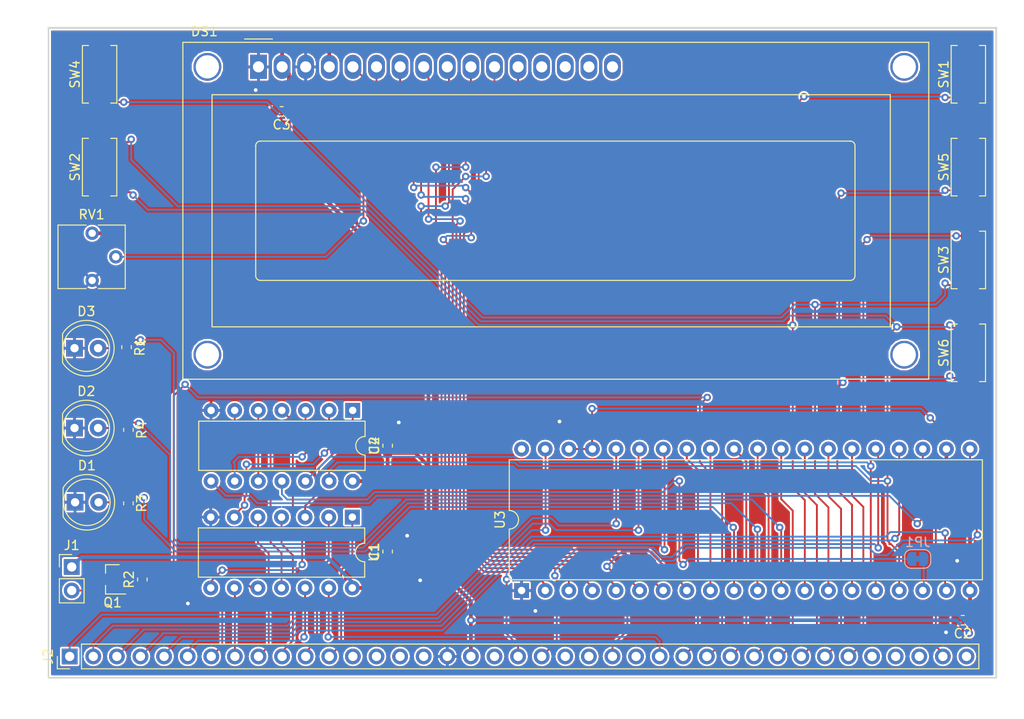
<source format=kicad_pcb>
(kicad_pcb (version 20171130) (host pcbnew "(5.0.0)")
  (layers (0 F.Cu signal) (31 B.Cu signal) (34 B.Paste user) (35 F.Paste user) (36 B.SilkS user) (37 F.SilkS user) (38 B.Mask user) (39 F.Mask user) (44 Edge.Cuts user))
  (net 0 "")
  (net 1 +5V)
  (net 2 GND)
  (net 3 /PB.0)
  (net 4 /PB.1)
  (net 5 /PB.2)
  (net 6 /PA.3)
  (net 7 /PA.2)
  (net 8 /PA.1)
  (net 9 /PA.0)
  (net 10 /PA.4)
  (net 11 /PA.5)
  (net 12 /PA.6)
  (net 13 "Net-(DS1-Pad5)")
  (net 14 "Net-(J1-Pad2)")
  (net 15 /A0)
  (net 16 /A1)
  (net 17 /A2)
  (net 18 /A3)
  (net 19 /A4)
  (net 20 /A5)
  (net 21 /A6)
  (net 22 /A7)
  (net 23 /A8)
  (net 24 /A9)
  (net 25 /A10)
  (net 26 /A11)
  (net 27 /RESET)
  (net 28 /E)
  (net 29 /R_W)
  (net 30 /IOREQ)
  (net 31 /D0)
  (net 32 /D1)
  (net 33 /D2)
  (net 34 /D3)
  (net 35 /D4)
  (net 36 /D5)
  (net 37 /D6)
  (net 38 /D7)
  (net 39 /IOINT_REQ)
  (net 40 /PA.7)
  (net 41 /PB.3)
  (net 42 /PB.6)
  (net 43 /PB.7)
  (net 44 /PB.5)
  (net 45 "Net-(U1-Pad6)")
  (net 46 "Net-(U1-Pad11)")
  (net 47 "Net-(U1-Pad3)")
  (net 48 "Net-(U1-Pad8)")
  (net 49 /ADD_SEL)
  (net 50 "Net-(U2-Pad3)")
  (net 51 "Net-(U2-Pad10)")
  (net 52 /INTB)
  (net 53 "Net-(D1-Pad2)")
  (net 54 "Net-(D2-Pad2)")
  (net 55 "Net-(D3-Pad2)")
  (net 56 "Net-(JP1-Pad2)")
  (net 57 "Net-(DS1-Pad16)")
  (net 58 "Net-(DS1-Pad15)")
  (net 59 "Net-(DS1-Pad14)")
  (net 60 "Net-(DS1-Pad13)")
  (net 61 /A12)
  (net 62 /A13)
  (net 63 /A14)
  (net 64 /A15)
  (net 65 /M1)
  (net 66 /INT1)
  (net 67 /MEM_RQ)
  (net 68 /RO)
  (net 69 /RX)
  (net 70 /TX)
  (net 71 /USR1)
  (net 72 /USR3)
  (net 73 /PB.4)
  (net 74 /INTA)
  (module Display:WC1602A (layer F.Cu) (at 147.60052 87.1993)
    (fp_text reference DS1 (at -5.82 -3.81) (layer F.SilkS))
    (fp_text value HY1602E)
    (pad "" thru_hole circle (at 69.5 0) (size 3 3) (drill 2.5) (layers *.Cu *.Mask))
    (pad "" thru_hole circle (at 69.49948 31.0007) (size 3 3) (drill 2.5) (layers *.Cu *.Mask))
    (pad "" thru_hole circle (at -5.4991 31.0007) (size 3 3) (drill 2.5) (layers *.Cu *.Mask))
    (pad "" thru_hole circle (at -5.4991 0) (size 3 3) (drill 2.5) (layers *.Cu *.Mask))
    (pad 16 thru_hole oval (at 38.1 0) (size 1.8 2.6) (drill 1.2) (layers *.Cu *.Mask) (net 57 "Net-(DS1-Pad16)"))
    (pad 15 thru_hole oval (at 35.56 0) (size 1.8 2.6) (drill 1.2) (layers *.Cu *.Mask) (net 58 "Net-(DS1-Pad15)"))
    (pad 14 thru_hole oval (at 33.02 0) (size 1.8 2.6) (drill 1.2) (layers *.Cu *.Mask) (net 59 "Net-(DS1-Pad14)"))
    (pad 13 thru_hole oval (at 30.48 0) (size 1.8 2.6) (drill 1.2) (layers *.Cu *.Mask) (net 60 "Net-(DS1-Pad13)"))
    (pad 12 thru_hole oval (at 27.94 0) (size 1.8 2.6) (drill 1.2) (layers *.Cu *.Mask) (net 6 /PA.3))
    (pad 11 thru_hole oval (at 25.4 0) (size 1.8 2.6) (drill 1.2) (layers *.Cu *.Mask) (net 7 /PA.2))
    (pad 10 thru_hole oval (at 22.86 0) (size 1.8 2.6) (drill 1.2) (layers *.Cu *.Mask) (net 8 /PA.1))
    (pad 9 thru_hole oval (at 20.32 0) (size 1.8 2.6) (drill 1.2) (layers *.Cu *.Mask) (net 9 /PA.0))
    (pad 8 thru_hole oval (at 17.78 0) (size 1.8 2.6) (drill 1.2) (layers *.Cu *.Mask) (net 10 /PA.4))
    (pad 7 thru_hole oval (at 15.24 0) (size 1.8 2.6) (drill 1.2) (layers *.Cu *.Mask) (net 11 /PA.5))
    (pad 6 thru_hole oval (at 12.7 0) (size 1.8 2.6) (drill 1.2) (layers *.Cu *.Mask) (net 12 /PA.6))
    (pad 5 thru_hole oval (at 10.16 0) (size 1.8 2.6) (drill 1.2) (layers *.Cu *.Mask) (net 13 "Net-(DS1-Pad5)"))
    (pad 4 thru_hole oval (at 7.62 0) (size 1.8 2.6) (drill 1.2) (layers *.Cu *.Mask) (net 1 +5V))
    (pad 3 thru_hole oval (at 5.08 0) (size 1.8 2.6) (drill 1.2) (layers *.Cu *.Mask) (net 2 GND))
    (pad 2 thru_hole oval (at 2.54 0) (size 1.8 2.6) (drill 1.2) (layers *.Cu *.Mask) (net 1 +5V))
    (pad 1 thru_hole rect (at 0 0) (size 1.8 2.6) (drill 1.2) (layers *.Cu *.Mask) (net 2 GND))
  )
  (module Capacitor_SMD:C_0603_1608Metric (layer F.Cu) (at 161.5 139.4 90)
    (fp_text reference C1 (at 0 -1.43 90) (layer F.SilkS))
    (fp_text value C_Small)
    (pad 1 smd roundrect (at -0.7875 0 90) (size 0.875 0.95) (layers F.Cu F.Paste F.Mask) (net 1 +5V))
    (pad 2 smd roundrect (at 0.7875 0 90) (size 0.875 0.95) (layers F.Cu F.Paste F.Mask) (net 2 GND))
  )
  (module Capacitor_SMD:C_0603_1608Metric (layer F.Cu) (at 223.4 146.8 180)
    (fp_text reference C2 (at 0 -1.43 180) (layer F.SilkS))
    (fp_text value C_Small)
    (pad 1 smd roundrect (at -0.7875 0 180) (size 0.875 0.95) (layers F.Cu F.Paste F.Mask) (net 1 +5V))
    (pad 2 smd roundrect (at 0.7875 0 180) (size 0.875 0.95) (layers F.Cu F.Paste F.Mask) (net 2 GND))
  )
  (module Capacitor_SMD:C_0603_1608Metric (layer F.Cu) (at 150.0875 92 180)
    (fp_text reference C3 (at 0 -1.43 180) (layer F.SilkS))
    (fp_text value C_Small)
    (pad 2 smd roundrect (at 0.7875 0 180) (size 0.875 0.95) (layers F.Cu F.Paste F.Mask) (net 2 GND))
    (pad 1 smd roundrect (at -0.7875 0 180) (size 0.875 0.95) (layers F.Cu F.Paste F.Mask) (net 1 +5V))
  )
  (module LED_THT:LED_D5.0mm (layer F.Cu) (at 127.86 134.1)
    (fp_text reference D1 (at 1.27 -3.96) (layer F.SilkS))
    (fp_text value LED_ALT)
    (pad 1 thru_hole rect (at 0 0) (size 1.8 1.8) (drill 0.9) (layers *.Cu *.Mask) (net 2 GND))
    (pad 2 thru_hole circle (at 2.54 0) (size 1.8 1.8) (drill 0.9) (layers *.Cu *.Mask) (net 53 "Net-(D1-Pad2)"))
  )
  (module LED_THT:LED_D5.0mm (layer F.Cu) (at 127.8 126.1)
    (fp_text reference D2 (at 1.27 -3.96) (layer F.SilkS))
    (fp_text value LED_ALT)
    (pad 2 thru_hole circle (at 2.54 0) (size 1.8 1.8) (drill 0.9) (layers *.Cu *.Mask) (net 54 "Net-(D2-Pad2)"))
    (pad 1 thru_hole rect (at 0 0) (size 1.8 1.8) (drill 0.9) (layers *.Cu *.Mask) (net 2 GND))
  )
  (module LED_THT:LED_D5.0mm (layer F.Cu) (at 127.8 117.5)
    (fp_text reference D3 (at 1.27 -3.96) (layer F.SilkS))
    (fp_text value LED_ALT)
    (pad 1 thru_hole rect (at 0 0) (size 1.8 1.8) (drill 0.9) (layers *.Cu *.Mask) (net 2 GND))
    (pad 2 thru_hole circle (at 2.54 0) (size 1.8 1.8) (drill 0.9) (layers *.Cu *.Mask) (net 55 "Net-(D3-Pad2)"))
  )
  (module Connector_PinHeader_2.54mm:PinHeader_1x02_P2.54mm_Vertical (layer F.Cu) (at 127.5 141.06)
    (fp_text reference J1 (at 0 -2.33) (layer F.SilkS))
    (fp_text value Conn_01x02_Female)
    (pad 1 thru_hole rect (at 0 0) (size 1.7 1.7) (drill 1) (layers *.Cu *.Mask) (net 1 +5V))
    (pad 2 thru_hole oval (at 0 2.54) (size 1.7 1.7) (drill 1) (layers *.Cu *.Mask) (net 14 "Net-(J1-Pad2)"))
  )
  (module Connector_PinHeader_2.54mm:PinHeader_1x39_P2.54mm_Vertical (layer F.Cu) (at 127.28 150.7 90)
    (fp_text reference J2 (at 0 -2.33 90) (layer F.SilkS))
    (fp_text value Conn_01x39_Male)
    (pad 1 thru_hole rect (at 0 0 90) (size 1.7 1.7) (drill 1) (layers *.Cu *.Mask) (net 15 /A0))
    (pad 2 thru_hole oval (at 0 2.54 90) (size 1.7 1.7) (drill 1) (layers *.Cu *.Mask) (net 16 /A1))
    (pad 3 thru_hole oval (at 0 5.08 90) (size 1.7 1.7) (drill 1) (layers *.Cu *.Mask) (net 17 /A2))
    (pad 4 thru_hole oval (at 0 7.62 90) (size 1.7 1.7) (drill 1) (layers *.Cu *.Mask) (net 18 /A3))
    (pad 5 thru_hole oval (at 0 10.16 90) (size 1.7 1.7) (drill 1) (layers *.Cu *.Mask) (net 19 /A4))
    (pad 6 thru_hole oval (at 0 12.7 90) (size 1.7 1.7) (drill 1) (layers *.Cu *.Mask) (net 20 /A5))
    (pad 7 thru_hole oval (at 0 15.24 90) (size 1.7 1.7) (drill 1) (layers *.Cu *.Mask) (net 21 /A6))
    (pad 8 thru_hole oval (at 0 17.78 90) (size 1.7 1.7) (drill 1) (layers *.Cu *.Mask) (net 22 /A7))
    (pad 9 thru_hole oval (at 0 20.32 90) (size 1.7 1.7) (drill 1) (layers *.Cu *.Mask) (net 23 /A8))
    (pad 10 thru_hole oval (at 0 22.86 90) (size 1.7 1.7) (drill 1) (layers *.Cu *.Mask) (net 24 /A9))
    (pad 11 thru_hole oval (at 0 25.4 90) (size 1.7 1.7) (drill 1) (layers *.Cu *.Mask) (net 25 /A10))
    (pad 12 thru_hole oval (at 0 27.94 90) (size 1.7 1.7) (drill 1) (layers *.Cu *.Mask) (net 26 /A11))
    (pad 13 thru_hole oval (at 0 30.48 90) (size 1.7 1.7) (drill 1) (layers *.Cu *.Mask) (net 61 /A12))
    (pad 14 thru_hole oval (at 0 33.02 90) (size 1.7 1.7) (drill 1) (layers *.Cu *.Mask) (net 62 /A13))
    (pad 15 thru_hole oval (at 0 35.56 90) (size 1.7 1.7) (drill 1) (layers *.Cu *.Mask) (net 63 /A14))
    (pad 16 thru_hole oval (at 0 38.1 90) (size 1.7 1.7) (drill 1) (layers *.Cu *.Mask) (net 64 /A15))
    (pad 17 thru_hole oval (at 0 40.64 90) (size 1.7 1.7) (drill 1) (layers *.Cu *.Mask) (net 2 GND))
    (pad 18 thru_hole oval (at 0 43.18 90) (size 1.7 1.7) (drill 1) (layers *.Cu *.Mask) (net 1 +5V))
    (pad 19 thru_hole oval (at 0 45.72 90) (size 1.7 1.7) (drill 1) (layers *.Cu *.Mask) (net 65 /M1))
    (pad 20 thru_hole oval (at 0 48.26 90) (size 1.7 1.7) (drill 1) (layers *.Cu *.Mask) (net 27 /RESET))
    (pad 21 thru_hole oval (at 0 50.8 90) (size 1.7 1.7) (drill 1) (layers *.Cu *.Mask) (net 28 /E))
    (pad 22 thru_hole oval (at 0 53.34 90) (size 1.7 1.7) (drill 1) (layers *.Cu *.Mask) (net 66 /INT1))
    (pad 23 thru_hole oval (at 0 55.88 90) (size 1.7 1.7) (drill 1) (layers *.Cu *.Mask) (net 67 /MEM_RQ))
    (pad 24 thru_hole oval (at 0 58.42 90) (size 1.7 1.7) (drill 1) (layers *.Cu *.Mask) (net 29 /R_W))
    (pad 25 thru_hole oval (at 0 60.96 90) (size 1.7 1.7) (drill 1) (layers *.Cu *.Mask) (net 68 /RO))
    (pad 26 thru_hole oval (at 0 63.5 90) (size 1.7 1.7) (drill 1) (layers *.Cu *.Mask) (net 30 /IOREQ))
    (pad 27 thru_hole oval (at 0 66.04 90) (size 1.7 1.7) (drill 1) (layers *.Cu *.Mask) (net 31 /D0))
    (pad 28 thru_hole oval (at 0 68.58 90) (size 1.7 1.7) (drill 1) (layers *.Cu *.Mask) (net 32 /D1))
    (pad 29 thru_hole oval (at 0 71.12 90) (size 1.7 1.7) (drill 1) (layers *.Cu *.Mask) (net 33 /D2))
    (pad 30 thru_hole oval (at 0 73.66 90) (size 1.7 1.7) (drill 1) (layers *.Cu *.Mask) (net 34 /D3))
    (pad 31 thru_hole oval (at 0 76.2 90) (size 1.7 1.7) (drill 1) (layers *.Cu *.Mask) (net 35 /D4))
    (pad 32 thru_hole oval (at 0 78.74 90) (size 1.7 1.7) (drill 1) (layers *.Cu *.Mask) (net 36 /D5))
    (pad 33 thru_hole oval (at 0 81.28 90) (size 1.7 1.7) (drill 1) (layers *.Cu *.Mask) (net 37 /D6))
    (pad 34 thru_hole oval (at 0 83.82 90) (size 1.7 1.7) (drill 1) (layers *.Cu *.Mask) (net 38 /D7))
    (pad 35 thru_hole oval (at 0 86.36 90) (size 1.7 1.7) (drill 1) (layers *.Cu *.Mask) (net 69 /RX))
    (pad 36 thru_hole oval (at 0 88.9 90) (size 1.7 1.7) (drill 1) (layers *.Cu *.Mask) (net 70 /TX))
    (pad 37 thru_hole oval (at 0 91.44 90) (size 1.7 1.7) (drill 1) (layers *.Cu *.Mask) (net 71 /USR1))
    (pad 38 thru_hole oval (at 0 93.98 90) (size 1.7 1.7) (drill 1) (layers *.Cu *.Mask) (net 39 /IOINT_REQ))
    (pad 39 thru_hole oval (at 0 96.52 90) (size 1.7 1.7) (drill 1) (layers *.Cu *.Mask) (net 72 /USR3))
  )
  (module TO_SOT_Packages_SMD:SOT-23 (layer F.Cu) (at 131.9 142.4 180)
    (fp_text reference Q1 (at 0 -2.5 180) (layer F.SilkS))
    (fp_text value Q_NMOS_GSD)
    (pad 3 smd rect (at 1 0 180) (size 0.9 0.8) (layers F.Cu F.Paste F.Mask) (net 14 "Net-(J1-Pad2)"))
    (pad 2 smd rect (at -1 0.95 180) (size 0.9 0.8) (layers F.Cu F.Paste F.Mask) (net 2 GND))
    (pad 1 smd rect (at -1 -0.95 180) (size 0.9 0.8) (layers F.Cu F.Paste F.Mask) (net 40 /PA.7))
  )
  (module Resistor_SMD:R_0603_1608Metric (layer F.Cu) (at 133.4 117.3875 270)
    (fp_text reference R1 (at 0 -1.43 270) (layer F.SilkS))
    (fp_text value R_Small)
    (pad 1 smd roundrect (at -0.7875 0 270) (size 0.875 0.95) (layers F.Cu F.Paste F.Mask) (net 5 /PB.2))
    (pad 2 smd roundrect (at 0.7875 0 270) (size 0.875 0.95) (layers F.Cu F.Paste F.Mask) (net 55 "Net-(D3-Pad2)"))
  )
  (module Resistor_SMD:R_0603_1608Metric (layer F.Cu) (at 135.1 142.4125 90)
    (fp_text reference R2 (at 0 -1.43 90) (layer F.SilkS))
    (fp_text value R_Small)
    (pad 2 smd roundrect (at 0.7875 0 90) (size 0.875 0.95) (layers F.Cu F.Paste F.Mask) (net 2 GND))
    (pad 1 smd roundrect (at -0.7875 0 90) (size 0.875 0.95) (layers F.Cu F.Paste F.Mask) (net 40 /PA.7))
  )
  (module Potentiometer_THT:Potentiometer_Vishay_T73YP_Vertical (layer F.Cu) (at 129.7 110.2)
    (fp_text reference RV1 (at -0.06 -7.09) (layer F.SilkS))
    (fp_text value R_POT)
    (pad 3 thru_hole circle (at 0 -5.08) (size 1.44 1.44) (drill 0.8) (layers *.Cu *.Mask) (net 1 +5V))
    (pad 2 thru_hole circle (at 2.54 -2.54) (size 1.44 1.44) (drill 0.8) (layers *.Cu *.Mask) (net 13 "Net-(DS1-Pad5)"))
    (pad 1 thru_hole circle (at 0 0) (size 1.44 1.44) (drill 0.8) (layers *.Cu *.Mask) (net 2 GND))
  )
  (module Button_Switch_SMD:SW_SPST_EVQPE1 (layer F.Cu) (at 224 88 90)
    (fp_text reference SW1 (at 0 -2.65 90) (layer F.SilkS))
    (fp_text value SW_Push)
    (pad 1 smd rect (at -2.7 0 90) (size 2 1.6) (layers F.Cu F.Paste F.Mask) (net 41 /PB.3))
    (pad 2 smd rect (at 2.7 0 90) (size 2 1.6) (layers F.Cu F.Paste F.Mask) (net 42 /PB.6))
  )
  (module Button_Switch_SMD:SW_SPST_EVQPE1 (layer F.Cu) (at 130.5 98 90)
    (fp_text reference SW2 (at 0 -2.65 90) (layer F.SilkS))
    (fp_text value SW_Push)
    (pad 2 smd rect (at 2.7 0 90) (size 2 1.6) (layers F.Cu F.Paste F.Mask) (net 43 /PB.7))
    (pad 1 smd rect (at -2.7 0 90) (size 2 1.6) (layers F.Cu F.Paste F.Mask) (net 41 /PB.3))
  )
  (module Button_Switch_SMD:SW_SPST_EVQPE1 (layer F.Cu) (at 224 108 90)
    (fp_text reference SW3 (at 0 -2.65 90) (layer F.SilkS))
    (fp_text value SW_Push)
    (pad 1 smd rect (at -2.7 0 90) (size 2 1.6) (layers F.Cu F.Paste F.Mask) (net 73 /PB.4))
    (pad 2 smd rect (at 2.7 0 90) (size 2 1.6) (layers F.Cu F.Paste F.Mask) (net 42 /PB.6))
  )
  (module Button_Switch_SMD:SW_SPST_EVQPE1 (layer F.Cu) (at 130.5 88 90)
    (fp_text reference SW4 (at 0 -2.65 90) (layer F.SilkS))
    (fp_text value SW_Push)
    (pad 2 smd rect (at 2.7 0 90) (size 2 1.6) (layers F.Cu F.Paste F.Mask) (net 43 /PB.7))
    (pad 1 smd rect (at -2.7 0 90) (size 2 1.6) (layers F.Cu F.Paste F.Mask) (net 73 /PB.4))
  )
  (module Button_Switch_SMD:SW_SPST_EVQPE1 (layer F.Cu) (at 224 98 90)
    (fp_text reference SW5 (at 0 -2.65 90) (layer F.SilkS))
    (fp_text value SW_Push)
    (pad 1 smd rect (at -2.7 0 90) (size 2 1.6) (layers F.Cu F.Paste F.Mask) (net 44 /PB.5))
    (pad 2 smd rect (at 2.7 0 90) (size 2 1.6) (layers F.Cu F.Paste F.Mask) (net 42 /PB.6))
  )
  (module Button_Switch_SMD:SW_SPST_EVQPE1 (layer F.Cu) (at 224 118 90)
    (fp_text reference SW6 (at 0 -2.65 90) (layer F.SilkS))
    (fp_text value SW_Push)
    (pad 2 smd rect (at 2.7 0 90) (size 2 1.6) (layers F.Cu F.Paste F.Mask) (net 43 /PB.7))
    (pad 1 smd rect (at -2.7 0 90) (size 2 1.6) (layers F.Cu F.Paste F.Mask) (net 44 /PB.5))
  )
  (module Housings_DIP:DIP-14_W7.62mm (layer F.Cu) (at 157.7 135.7 270)
    (fp_text reference U1 (at 3.81 -2.33 270) (layer F.SilkS))
    (fp_text value 74LS32)
    (pad 14 thru_hole oval (at 7.62 0 270) (size 1.6 1.6) (drill 0.8) (layers *.Cu *.Mask) (net 1 +5V))
    (pad 7 thru_hole oval (at 0 15.24 270) (size 1.6 1.6) (drill 0.8) (layers *.Cu *.Mask) (net 2 GND))
    (pad 13 thru_hole oval (at 7.62 2.54 270) (size 1.6 1.6) (drill 0.8) (layers *.Cu *.Mask) (net 30 /IOREQ))
    (pad 6 thru_hole oval (at 0 12.7 270) (size 1.6 1.6) (drill 0.8) (layers *.Cu *.Mask) (net 45 "Net-(U1-Pad6)"))
    (pad 12 thru_hole oval (at 7.62 5.08 270) (size 1.6 1.6) (drill 0.8) (layers *.Cu *.Mask) (net 20 /A5))
    (pad 5 thru_hole oval (at 0 10.16 270) (size 1.6 1.6) (drill 0.8) (layers *.Cu *.Mask) (net 23 /A8))
    (pad 11 thru_hole oval (at 7.62 7.62 270) (size 1.6 1.6) (drill 0.8) (layers *.Cu *.Mask) (net 46 "Net-(U1-Pad11)"))
    (pad 4 thru_hole oval (at 0 7.62 270) (size 1.6 1.6) (drill 0.8) (layers *.Cu *.Mask) (net 24 /A9))
    (pad 10 thru_hole oval (at 7.62 10.16 270) (size 1.6 1.6) (drill 0.8) (layers *.Cu *.Mask) (net 21 /A6))
    (pad 3 thru_hole oval (at 0 5.08 270) (size 1.6 1.6) (drill 0.8) (layers *.Cu *.Mask) (net 47 "Net-(U1-Pad3)"))
    (pad 9 thru_hole oval (at 7.62 12.7 270) (size 1.6 1.6) (drill 0.8) (layers *.Cu *.Mask) (net 22 /A7))
    (pad 2 thru_hole oval (at 0 2.54 270) (size 1.6 1.6) (drill 0.8) (layers *.Cu *.Mask) (net 25 /A10))
    (pad 8 thru_hole oval (at 7.62 15.24 270) (size 1.6 1.6) (drill 0.8) (layers *.Cu *.Mask) (net 48 "Net-(U1-Pad8)"))
    (pad 1 thru_hole rect (at 0 0 270) (size 1.6 1.6) (drill 0.8) (layers *.Cu *.Mask) (net 26 /A11))
  )
  (module Housings_DIP:DIP-14_W7.62mm (layer F.Cu) (at 157.74 124.2 270)
    (fp_text reference U2 (at 3.81 -2.33 270) (layer F.SilkS))
    (fp_text value 74LS32)
    (pad 1 thru_hole rect (at 0 0 270) (size 1.6 1.6) (drill 0.8) (layers *.Cu *.Mask) (net 47 "Net-(U1-Pad3)"))
    (pad 8 thru_hole oval (at 7.62 15.24 270) (size 1.6 1.6) (drill 0.8) (layers *.Cu *.Mask) (net 49 /ADD_SEL))
    (pad 2 thru_hole oval (at 0 2.54 270) (size 1.6 1.6) (drill 0.8) (layers *.Cu *.Mask) (net 45 "Net-(U1-Pad6)"))
    (pad 9 thru_hole oval (at 7.62 12.7 270) (size 1.6 1.6) (drill 0.8) (layers *.Cu *.Mask) (net 50 "Net-(U2-Pad3)"))
    (pad 3 thru_hole oval (at 0 5.08 270) (size 1.6 1.6) (drill 0.8) (layers *.Cu *.Mask) (net 50 "Net-(U2-Pad3)"))
    (pad 10 thru_hole oval (at 7.62 10.16 270) (size 1.6 1.6) (drill 0.8) (layers *.Cu *.Mask) (net 51 "Net-(U2-Pad10)"))
    (pad 4 thru_hole oval (at 0 7.62 270) (size 1.6 1.6) (drill 0.8) (layers *.Cu *.Mask) (net 48 "Net-(U1-Pad8)"))
    (pad 11 thru_hole oval (at 7.62 7.62 270) (size 1.6 1.6) (drill 0.8) (layers *.Cu *.Mask) (net 56 "Net-(JP1-Pad2)"))
    (pad 5 thru_hole oval (at 0 10.16 270) (size 1.6 1.6) (drill 0.8) (layers *.Cu *.Mask) (net 46 "Net-(U1-Pad11)"))
    (pad 12 thru_hole oval (at 7.62 5.08 270) (size 1.6 1.6) (drill 0.8) (layers *.Cu *.Mask) (net 42 /PB.6))
    (pad 6 thru_hole oval (at 0 12.7 270) (size 1.6 1.6) (drill 0.8) (layers *.Cu *.Mask) (net 51 "Net-(U2-Pad10)"))
    (pad 13 thru_hole oval (at 7.62 2.54 270) (size 1.6 1.6) (drill 0.8) (layers *.Cu *.Mask) (net 43 /PB.7))
    (pad 7 thru_hole oval (at 0 15.24 270) (size 1.6 1.6) (drill 0.8) (layers *.Cu *.Mask) (net 2 GND))
    (pad 14 thru_hole oval (at 7.62 0 270) (size 1.6 1.6) (drill 0.8) (layers *.Cu *.Mask) (net 1 +5V))
  )
  (module Package_DIP:DIP-40_W15.24mm (layer F.Cu) (at 175.92 143.6 90)
    (fp_text reference U3 (at 7.62 -2.33 90) (layer F.SilkS))
    (fp_text value 6822)
    (pad 1 thru_hole rect (at 0 0 90) (size 1.6 1.6) (drill 0.8) (layers *.Cu *.Mask) (net 2 GND))
    (pad 21 thru_hole oval (at 15.24 48.26 90) (size 1.6 1.6) (drill 0.8) (layers *.Cu *.Mask) (net 29 /R_W))
    (pad 2 thru_hole oval (at 0 2.54 90) (size 1.6 1.6) (drill 0.8) (layers *.Cu *.Mask) (net 9 /PA.0))
    (pad 22 thru_hole oval (at 15.24 45.72 90) (size 1.6 1.6) (drill 0.8) (layers *.Cu *.Mask) (net 1 +5V))
    (pad 3 thru_hole oval (at 0 5.08 90) (size 1.6 1.6) (drill 0.8) (layers *.Cu *.Mask) (net 8 /PA.1))
    (pad 23 thru_hole oval (at 15.24 43.18 90) (size 1.6 1.6) (drill 0.8) (layers *.Cu *.Mask) (net 49 /ADD_SEL))
    (pad 4 thru_hole oval (at 0 7.62 90) (size 1.6 1.6) (drill 0.8) (layers *.Cu *.Mask) (net 7 /PA.2))
    (pad 24 thru_hole oval (at 15.24 40.64 90) (size 1.6 1.6) (drill 0.8) (layers *.Cu *.Mask) (net 19 /A4))
    (pad 5 thru_hole oval (at 0 10.16 90) (size 1.6 1.6) (drill 0.8) (layers *.Cu *.Mask) (net 6 /PA.3))
    (pad 25 thru_hole oval (at 15.24 38.1 90) (size 1.6 1.6) (drill 0.8) (layers *.Cu *.Mask) (net 28 /E))
    (pad 6 thru_hole oval (at 0 12.7 90) (size 1.6 1.6) (drill 0.8) (layers *.Cu *.Mask) (net 10 /PA.4))
    (pad 26 thru_hole oval (at 15.24 35.56 90) (size 1.6 1.6) (drill 0.8) (layers *.Cu *.Mask) (net 38 /D7))
    (pad 7 thru_hole oval (at 0 15.24 90) (size 1.6 1.6) (drill 0.8) (layers *.Cu *.Mask) (net 11 /PA.5))
    (pad 27 thru_hole oval (at 15.24 33.02 90) (size 1.6 1.6) (drill 0.8) (layers *.Cu *.Mask) (net 37 /D6))
    (pad 8 thru_hole oval (at 0 17.78 90) (size 1.6 1.6) (drill 0.8) (layers *.Cu *.Mask) (net 12 /PA.6))
    (pad 28 thru_hole oval (at 15.24 30.48 90) (size 1.6 1.6) (drill 0.8) (layers *.Cu *.Mask) (net 36 /D5))
    (pad 9 thru_hole oval (at 0 20.32 90) (size 1.6 1.6) (drill 0.8) (layers *.Cu *.Mask) (net 40 /PA.7))
    (pad 29 thru_hole oval (at 15.24 27.94 90) (size 1.6 1.6) (drill 0.8) (layers *.Cu *.Mask) (net 35 /D4))
    (pad 10 thru_hole oval (at 0 22.86 90) (size 1.6 1.6) (drill 0.8) (layers *.Cu *.Mask) (net 3 /PB.0))
    (pad 30 thru_hole oval (at 15.24 25.4 90) (size 1.6 1.6) (drill 0.8) (layers *.Cu *.Mask) (net 34 /D3))
    (pad 11 thru_hole oval (at 0 25.4 90) (size 1.6 1.6) (drill 0.8) (layers *.Cu *.Mask) (net 4 /PB.1))
    (pad 31 thru_hole oval (at 15.24 22.86 90) (size 1.6 1.6) (drill 0.8) (layers *.Cu *.Mask) (net 33 /D2))
    (pad 12 thru_hole oval (at 0 27.94 90) (size 1.6 1.6) (drill 0.8) (layers *.Cu *.Mask) (net 5 /PB.2))
    (pad 32 thru_hole oval (at 15.24 20.32 90) (size 1.6 1.6) (drill 0.8) (layers *.Cu *.Mask) (net 32 /D1))
    (pad 13 thru_hole oval (at 0 30.48 90) (size 1.6 1.6) (drill 0.8) (layers *.Cu *.Mask) (net 41 /PB.3))
    (pad 33 thru_hole oval (at 15.24 17.78 90) (size 1.6 1.6) (drill 0.8) (layers *.Cu *.Mask) (net 31 /D0))
    (pad 14 thru_hole oval (at 0 33.02 90) (size 1.6 1.6) (drill 0.8) (layers *.Cu *.Mask) (net 73 /PB.4))
    (pad 34 thru_hole oval (at 15.24 15.24 90) (size 1.6 1.6) (drill 0.8) (layers *.Cu *.Mask) (net 27 /RESET))
    (pad 15 thru_hole oval (at 0 35.56 90) (size 1.6 1.6) (drill 0.8) (layers *.Cu *.Mask) (net 44 /PB.5))
    (pad 35 thru_hole oval (at 15.24 12.7 90) (size 1.6 1.6) (drill 0.8) (layers *.Cu *.Mask) (net 16 /A1))
    (pad 16 thru_hole oval (at 0 38.1 90) (size 1.6 1.6) (drill 0.8) (layers *.Cu *.Mask) (net 42 /PB.6))
    (pad 36 thru_hole oval (at 15.24 10.16 90) (size 1.6 1.6) (drill 0.8) (layers *.Cu *.Mask) (net 15 /A0))
    (pad 17 thru_hole oval (at 0 40.64 90) (size 1.6 1.6) (drill 0.8) (layers *.Cu *.Mask) (net 43 /PB.7))
    (pad 37 thru_hole oval (at 15.24 7.62 90) (size 1.6 1.6) (drill 0.8) (layers *.Cu *.Mask) (net 39 /IOINT_REQ))
    (pad 18 thru_hole oval (at 0 43.18 90) (size 1.6 1.6) (drill 0.8) (layers *.Cu *.Mask) (net 52 /INTB))
    (pad 38 thru_hole oval (at 15.24 5.08 90) (size 1.6 1.6) (drill 0.8) (layers *.Cu *.Mask) (net 39 /IOINT_REQ))
    (pad 19 thru_hole oval (at 0 45.72 90) (size 1.6 1.6) (drill 0.8) (layers *.Cu *.Mask) (net 18 /A3))
    (pad 39 thru_hole oval (at 15.24 2.54 90) (size 1.6 1.6) (drill 0.8) (layers *.Cu *.Mask) (net 17 /A2))
    (pad 20 thru_hole oval (at 0 48.26 90) (size 1.6 1.6) (drill 0.8) (layers *.Cu *.Mask) (net 1 +5V))
    (pad 40 thru_hole oval (at 15.24 0 90) (size 1.6 1.6) (drill 0.8) (layers *.Cu *.Mask) (net 74 /INTA))
  )
  (module Jumper:SolderJumper-2_P1.3mm_Bridged_RoundedPad1.0x1.5mm (layer B.Cu) (at 218.55 140.2 180)
    (fp_text reference JP1 (at 0 1.8 180) (layer B.SilkS) (effects (justify mirror)))
    (fp_text value Jumper_NC_Small)
    (pad 1 smd custom (at -0.65 0 180) (size 1 0.5) (layers B.Cu B.Mask) (net 52 /INTB) (options (clearance outline) (anchor rect)) (primitives (gr_circle (center 0 -0.25) (end 0.5 -0.25) (width 0)) (gr_circle (center 0 0.25) (end 0.5 0.25) (width 0)) (gr_poly (pts (xy 0 0.75) (xy 0.5 0.75) (xy 0.5 -0.75) (xy 0 -0.75)) (width 0)) (gr_poly (pts (xy 0.9 0.3) (xy 0.4 0.3) (xy 0.4 -0.3) (xy 0.9 -0.3)) (width 0))))
    (pad 2 smd custom (at 0.65 0 180) (size 1 0.5) (layers B.Cu B.Mask) (net 56 "Net-(JP1-Pad2)") (options (clearance outline) (anchor rect)) (primitives (gr_circle (center 0 -0.25) (end 0.5 -0.25) (width 0)) (gr_circle (center 0 0.25) (end 0.5 0.25) (width 0)) (gr_poly (pts (xy 0 0.75) (xy -0.5 0.75) (xy -0.5 -0.75) (xy 0 -0.75)) (width 0))))
  )
  (module Resistor_SMD:R_0603_1608Metric (layer F.Cu) (at 133.6 134.2125 270)
    (fp_text reference R3 (at 0 -1.43 270) (layer F.SilkS))
    (fp_text value R_Small)
    (pad 1 smd roundrect (at -0.7875 0 270) (size 0.875 0.95) (layers F.Cu F.Paste F.Mask) (net 3 /PB.0))
    (pad 2 smd roundrect (at 0.7875 0 270) (size 0.875 0.95) (layers F.Cu F.Paste F.Mask) (net 53 "Net-(D1-Pad2)"))
  )
  (module Resistor_SMD:R_0603_1608Metric (layer F.Cu) (at 133.6 126.3 270)
    (fp_text reference R4 (at 0 -1.43 270) (layer F.SilkS))
    (fp_text value R_Small)
    (pad 2 smd roundrect (at 0.7875 0 270) (size 0.875 0.95) (layers F.Cu F.Paste F.Mask) (net 54 "Net-(D2-Pad2)"))
    (pad 1 smd roundrect (at -0.7875 0 270) (size 0.875 0.95) (layers F.Cu F.Paste F.Mask) (net 4 /PB.1))
  )
  (module Capacitor_SMD:C_0603_1608Metric (layer F.Cu) (at 161.5 128 90)
    (fp_text reference C4 (at 0 -1.43 90) (layer F.SilkS))
    (fp_text value C_Small)
    (pad 1 smd roundrect (at -0.7875 0 90) (size 0.875 0.95) (layers F.Cu F.Paste F.Mask) (net 1 +5V))
    (pad 2 smd roundrect (at 0.7875 0 90) (size 0.875 0.95) (layers F.Cu F.Paste F.Mask) (net 2 GND))
  )
  (gr_line (start 125 153) (end 125 83) (layer Edge.Cuts) (width 0.15))
  (gr_line (start 227 83) (end 125 83) (layer Edge.Cuts) (width 0.2))
  (gr_line (start 227 83) (end 227 153) (layer Edge.Cuts) (width 0.2))
  (gr_line (start 227 153) (end 125 153) (layer Edge.Cuts) (width 0.15))
  (segment (start 224.18 146.7925) (end 224.1875 146.8) (width 0.4) (layer F.Cu) (net 1))
  (segment (start 224.18 143.6) (end 224.18 146.7925) (width 0.4) (layer F.Cu) (net 1))
  (segment (start 157.7 143.32) (end 160.18 143.32) (width 0.4) (layer F.Cu) (net 1))
  (segment (start 161.5 142) (end 161.5 140.1875) (width 0.4) (layer F.Cu) (net 1))
  (segment (start 160.18 143.32) (end 161.5 142) (width 0.4) (layer F.Cu) (net 1))
  (segment (start 157.74 131.82) (end 160.18 131.82) (width 0.4) (layer F.Cu) (net 1))
  (segment (start 161.5 130.5) (end 161.5 128.7875) (width 0.4) (layer F.Cu) (net 1))
  (segment (start 160.18 131.82) (end 161.5 130.5) (width 0.4) (layer F.Cu) (net 1))
  (segment (start 165.8875 140.1875) (end 161.5 140.1875) (width 0.4) (layer F.Cu) (net 1))
  (segment (start 170.46 144.76) (end 165.8875 140.1875) (width 0.4) (layer F.Cu) (net 1))
  (segment (start 165.8875 140.1875) (end 165.8875 130.1875) (width 0.4) (layer F.Cu) (net 1))
  (segment (start 164.4875 128.7875) (end 161.5 128.7875) (width 0.4) (layer F.Cu) (net 1))
  (segment (start 165.8875 130.1875) (end 164.4875 128.7875) (width 0.4) (layer F.Cu) (net 1))
  (segment (start 224.18 133.88) (end 224.18 143.6) (width 0.4) (layer F.Cu) (net 1))
  (segment (start 221.64 128.36) (end 221.64 131.34) (width 0.4) (layer F.Cu) (net 1))
  (segment (start 221.64 131.34) (end 224.18 133.88) (width 0.4) (layer F.Cu) (net 1))
  (segment (start 165.8875 114.4) (end 165.8875 112.5875) (width 0.4) (layer F.Cu) (net 1))
  (segment (start 165.8875 114.4) (end 165.8875 113.8125) (width 0.4) (layer F.Cu) (net 1))
  (segment (start 165.8875 130.1875) (end 165.8875 114.4) (width 0.4) (layer F.Cu) (net 1))
  (segment (start 150.875 97.575) (end 150.875 92) (width 0.4) (layer F.Cu) (net 1))
  (segment (start 150.875 87.93378) (end 150.14052 87.1993) (width 0.4) (layer F.Cu) (net 1))
  (segment (start 150.875 92) (end 150.875 87.93378) (width 0.4) (layer F.Cu) (net 1))
  (segment (start 150.14052 87.1993) (end 150.14052 85.55948) (width 0.4) (layer F.Cu) (net 1))
  (segment (start 150.14052 85.55948) (end 150.9 84.8) (width 0.4) (layer F.Cu) (net 1))
  (segment (start 150.9 84.8) (end 154.5 84.8) (width 0.4) (layer F.Cu) (net 1))
  (segment (start 155.22052 85.52052) (end 155.22052 87.1993) (width 0.4) (layer F.Cu) (net 1))
  (segment (start 154.5 84.8) (end 155.22052 85.52052) (width 0.4) (layer F.Cu) (net 1))
  (segment (start 155.38 105.12) (end 156.9 103.6) (width 0.4) (layer F.Cu) (net 1))
  (segment (start 129.7 105.12) (end 155.38 105.12) (width 0.4) (layer F.Cu) (net 1))
  (segment (start 165.8875 112.5875) (end 156.9 103.6) (width 0.4) (layer F.Cu) (net 1))
  (segment (start 156.9 103.6) (end 150.875 97.575) (width 0.4) (layer F.Cu) (net 1))
  (via (at 224.1 148.2) (size 0.8) (drill 0.4) (layers F.Cu B.Cu) (net 1))
  (segment (start 224.1875 146.8) (end 224.1875 148.1125) (width 0.4) (layer F.Cu) (net 1))
  (segment (start 224.1875 148.1125) (end 224.1 148.2) (width 0.4) (layer F.Cu) (net 1))
  (via (at 170.46 146.8) (size 0.8) (drill 0.4) (layers F.Cu B.Cu) (net 1))
  (segment (start 222.7 146.8) (end 170.46 146.8) (width 0.4) (layer B.Cu) (net 1))
  (segment (start 224.1 148.2) (end 222.7 146.8) (width 0.4) (layer B.Cu) (net 1))
  (segment (start 170.46 150.7) (end 170.46 146.8) (width 0.4) (layer F.Cu) (net 1))
  (segment (start 170.46 146.8) (end 170.46 144.76) (width 0.4) (layer F.Cu) (net 1))
  (segment (start 157.7 143.32) (end 157.7 142.7) (width 0.4) (layer B.Cu) (net 1))
  (segment (start 157.7 142.7) (end 155 140) (width 0.4) (layer B.Cu) (net 1))
  (segment (start 128.56 140) (end 127.5 141.06) (width 0.4) (layer B.Cu) (net 1))
  (segment (start 155 140) (end 128.56 140) (width 0.4) (layer B.Cu) (net 1))
  (via (at 165 142.5) (size 0.8) (drill 0.4) (layers F.Cu B.Cu) (net 2))
  (via (at 140 145) (size 0.8) (drill 0.4) (layers F.Cu B.Cu) (net 2))
  (via (at 177.4 145.8) (size 0.8) (drill 0.4) (layers F.Cu B.Cu) (net 2))
  (via (at 180 125.4) (size 0.8) (drill 0.4) (layers F.Cu B.Cu) (net 2))
  (via (at 222.8 140.4) (size 0.8) (drill 0.4) (layers F.Cu B.Cu) (net 2))
  (via (at 221.6 148.1) (size 0.8) (drill 0.4) (layers F.Cu B.Cu) (net 2))
  (via (at 163.6 137.7) (size 0.8) (drill 0.4) (layers F.Cu B.Cu) (net 2))
  (via (at 162.7 125.5) (size 0.8) (drill 0.4) (layers F.Cu B.Cu) (net 2))
  (via (at 147.3 89.7) (size 0.8) (drill 0.4) (layers F.Cu B.Cu) (net 2))
  (via (at 198.7 136.8) (size 0.8) (drill 0.4) (layers F.Cu B.Cu) (net 3))
  (segment (start 198.78 143.6) (end 198.78 136.88) (width 0.2) (layer F.Cu) (net 3))
  (segment (start 198.78 136.88) (end 198.7 136.8) (width 0.2) (layer F.Cu) (net 3))
  (via (at 135.3 133.6) (size 0.8) (drill 0.4) (layers F.Cu B.Cu) (net 3))
  (segment (start 135.3 135.965698) (end 135.3 133.6) (width 0.2) (layer B.Cu) (net 3))
  (segment (start 137.9 138.565698) (end 135.3 135.965698) (width 0.2) (layer B.Cu) (net 3))
  (segment (start 137.9 138.6) (end 137.9 138.565698) (width 0.2) (layer B.Cu) (net 3))
  (segment (start 137.9 138.6) (end 137.7 138.4) (width 0.2) (layer B.Cu) (net 3))
  (segment (start 133.775 133.6) (end 133.6 133.425) (width 0.2) (layer F.Cu) (net 3))
  (segment (start 135.3 133.6) (end 133.775 133.6) (width 0.2) (layer F.Cu) (net 3))
  (segment (start 138.700011 139.400011) (end 137.9 138.6) (width 0.2) (layer B.Cu) (net 3))
  (segment (start 159.099989 139.400011) (end 138.700011 139.400011) (width 0.2) (layer B.Cu) (net 3))
  (segment (start 163.9 134.6) (end 159.099989 139.400011) (width 0.2) (layer B.Cu) (net 3))
  (segment (start 198.7 136.8) (end 196.5 134.6) (width 0.2) (layer B.Cu) (net 3))
  (segment (start 196.5 134.6) (end 163.9 134.6) (width 0.2) (layer B.Cu) (net 3))
  (via (at 134.7 125.6) (size 0.8) (drill 0.4) (layers F.Cu B.Cu) (net 4))
  (segment (start 133.6 125.5125) (end 134.6125 125.5125) (width 0.2) (layer F.Cu) (net 4))
  (segment (start 134.6125 125.5125) (end 134.7 125.6) (width 0.2) (layer F.Cu) (net 4))
  (via (at 201.3 137) (size 0.8) (drill 0.4) (layers F.Cu B.Cu) (net 4))
  (segment (start 201.3 143.58) (end 201.32 143.6) (width 0.2) (layer F.Cu) (net 4))
  (segment (start 201.3 137) (end 201.3 143.58) (width 0.2) (layer F.Cu) (net 4))
  (segment (start 200.900001 136.600001) (end 201.3 137) (width 0.2) (layer B.Cu) (net 4))
  (segment (start 198.5 134.2) (end 200.900001 136.600001) (width 0.2) (layer B.Cu) (net 4))
  (segment (start 138.099989 128.999989) (end 138.099989 138.165689) (width 0.2) (layer B.Cu) (net 4))
  (segment (start 134.7 125.6) (end 138.099989 128.999989) (width 0.2) (layer B.Cu) (net 4))
  (segment (start 138.099989 138.165689) (end 138.934311 139.000011) (width 0.2) (layer B.Cu) (net 4))
  (segment (start 138.934311 139.000011) (end 158.865689 139.000011) (width 0.2) (layer B.Cu) (net 4))
  (segment (start 158.865689 139.000011) (end 163.6657 134.2) (width 0.2) (layer B.Cu) (net 4))
  (segment (start 163.6657 134.2) (end 198.5 134.2) (width 0.2) (layer B.Cu) (net 4))
  (via (at 203.7 136.8) (size 0.8) (drill 0.4) (layers F.Cu B.Cu) (net 5))
  (segment (start 203.86 143.6) (end 203.86 136.96) (width 0.2) (layer F.Cu) (net 5))
  (segment (start 203.86 136.96) (end 203.7 136.8) (width 0.2) (layer F.Cu) (net 5))
  (via (at 134.9 116.6) (size 0.8) (drill 0.4) (layers F.Cu B.Cu) (net 5))
  (segment (start 134.9 116.6) (end 133.4 116.6) (width 0.2) (layer F.Cu) (net 5))
  (segment (start 202.5 135.6) (end 203.7 136.8) (width 0.2) (layer B.Cu) (net 5))
  (segment (start 200.7 133.8) (end 202.5 135.6) (width 0.2) (layer B.Cu) (net 5))
  (segment (start 163.5 133.8) (end 200.7 133.8) (width 0.2) (layer B.Cu) (net 5))
  (segment (start 158.7 138.6) (end 163.5 133.8) (width 0.2) (layer B.Cu) (net 5))
  (segment (start 139.1 138.6) (end 158.7 138.6) (width 0.2) (layer B.Cu) (net 5))
  (segment (start 137.1 116.6) (end 138.5 118) (width 0.2) (layer B.Cu) (net 5))
  (segment (start 134.9 116.6) (end 137.1 116.6) (width 0.2) (layer B.Cu) (net 5))
  (segment (start 138.5 118) (end 138.5 131.365658) (width 0.2) (layer B.Cu) (net 5))
  (segment (start 138.5 131.365658) (end 138.50002 131.365678) (width 0.2) (layer B.Cu) (net 5))
  (segment (start 138.50002 131.365678) (end 138.50002 138.00002) (width 0.2) (layer B.Cu) (net 5))
  (segment (start 138.50002 138.00002) (end 139.1 138.6) (width 0.2) (layer B.Cu) (net 5))
  (segment (start 186.08 143.6) (end 186.08 143.18) (width 0.2) (layer F.Cu) (net 6))
  (segment (start 186.08 143.18) (end 183.3 140.4) (width 0.2) (layer F.Cu) (net 6))
  (segment (start 183.3 140.4) (end 172.5 140.4) (width 0.2) (layer F.Cu) (net 6))
  (segment (start 172.5 140.4) (end 168.5 136.4) (width 0.2) (layer F.Cu) (net 6))
  (segment (start 168.5 136.4) (end 168.5 115.2) (width 0.2) (layer F.Cu) (net 6))
  (segment (start 168.5 115.2) (end 168.5 114.8) (width 0.2) (layer F.Cu) (net 6))
  (via (at 172.1 99) (size 0.8) (drill 0.4) (layers F.Cu B.Cu) (net 6))
  (segment (start 175.54052 92.15948) (end 175.54052 87.1993) (width 0.2) (layer F.Cu) (net 6))
  (segment (start 172.1 99) (end 172.1 95.6) (width 0.2) (layer F.Cu) (net 6))
  (segment (start 172.1 95.6) (end 175.54052 92.15948) (width 0.2) (layer F.Cu) (net 6))
  (via (at 169.9 99) (size 0.8) (drill 0.4) (layers F.Cu B.Cu) (net 6))
  (segment (start 172.1 99) (end 169.9 99) (width 0.2) (layer B.Cu) (net 6))
  (segment (start 168.5 111.4) (end 168.5 115.2) (width 0.2) (layer F.Cu) (net 6))
  (segment (start 168.5 100.4) (end 168.5 111.4) (width 0.2) (layer F.Cu) (net 6))
  (segment (start 169.9 99) (end 168.5 100.4) (width 0.2) (layer F.Cu) (net 6))
  (segment (start 183.54 143.6) (end 183.54 143.24) (width 0.2) (layer F.Cu) (net 7))
  (segment (start 183.54 143.24) (end 181.1 140.8) (width 0.2) (layer F.Cu) (net 7))
  (segment (start 181.1 140.8) (end 172.3 140.8) (width 0.2) (layer F.Cu) (net 7))
  (segment (start 172.3 140.8) (end 168.1 136.6) (width 0.2) (layer F.Cu) (net 7))
  (via (at 167.5 105.8) (size 0.8) (drill 0.4) (layers F.Cu B.Cu) (net 7))
  (segment (start 168.1 106.4) (end 167.5 105.8) (width 0.2) (layer F.Cu) (net 7))
  (segment (start 168.1 115) (end 168.1 106.4) (width 0.2) (layer F.Cu) (net 7))
  (segment (start 168.1 115) (end 168.1 114.6) (width 0.2) (layer F.Cu) (net 7))
  (segment (start 168.1 136.6) (end 168.1 115) (width 0.2) (layer F.Cu) (net 7))
  (segment (start 170.5 105.6) (end 170.3 105.4) (width 0.2) (layer B.Cu) (net 7))
  (segment (start 170.3 105.4) (end 167.9 105.4) (width 0.2) (layer B.Cu) (net 7))
  (segment (start 167.9 105.4) (end 167.5 105.8) (width 0.2) (layer B.Cu) (net 7))
  (via (at 170.5 105.6) (size 0.8) (drill 0.4) (layers F.Cu B.Cu) (net 7))
  (segment (start 173.00052 93.89948) (end 173.00052 87.1993) (width 0.2) (layer F.Cu) (net 7))
  (segment (start 171.3 95.6) (end 173.00052 93.89948) (width 0.2) (layer F.Cu) (net 7))
  (segment (start 171.3 104.2) (end 171.3 95.6) (width 0.2) (layer F.Cu) (net 7))
  (segment (start 170.5 105.6) (end 170.5 105) (width 0.2) (layer F.Cu) (net 7))
  (segment (start 170.5 105) (end 171.3 104.2) (width 0.2) (layer F.Cu) (net 7))
  (segment (start 181 143.6) (end 181 142.3) (width 0.2) (layer F.Cu) (net 8))
  (segment (start 181 142.3) (end 179.9 141.2) (width 0.2) (layer F.Cu) (net 8))
  (segment (start 179.9 141.2) (end 172.1 141.2) (width 0.2) (layer F.Cu) (net 8))
  (segment (start 172.1 141.2) (end 167.7 136.8) (width 0.2) (layer F.Cu) (net 8))
  (segment (start 167.7 136.8) (end 167.7 114.6) (width 0.2) (layer F.Cu) (net 8))
  (segment (start 167.7 114.6) (end 167.7 114.4) (width 0.2) (layer F.Cu) (net 8))
  (via (at 169.9 98) (size 0.8) (drill 0.4) (layers F.Cu B.Cu) (net 8))
  (segment (start 170.46052 95.03948) (end 170.46052 87.1993) (width 0.2) (layer F.Cu) (net 8))
  (segment (start 169.9 98) (end 169.9 95.6) (width 0.2) (layer F.Cu) (net 8))
  (segment (start 169.9 95.6) (end 170.46052 95.03948) (width 0.2) (layer F.Cu) (net 8))
  (via (at 166.7 98) (size 0.8) (drill 0.4) (layers F.Cu B.Cu) (net 8))
  (segment (start 166.7 98) (end 169.9 98) (width 0.2) (layer B.Cu) (net 8))
  (segment (start 167.7 107) (end 167.7 114.6) (width 0.2) (layer F.Cu) (net 8))
  (segment (start 166.7 106) (end 167.7 107) (width 0.2) (layer F.Cu) (net 8))
  (segment (start 166.7 98) (end 166.7 106) (width 0.2) (layer F.Cu) (net 8))
  (segment (start 178.46 143.6) (end 178.46 142.96) (width 0.2) (layer F.Cu) (net 9))
  (segment (start 178.46 142.96) (end 177.1 141.6) (width 0.2) (layer F.Cu) (net 9))
  (segment (start 177.1 141.6) (end 171.9 141.6) (width 0.2) (layer F.Cu) (net 9))
  (segment (start 171.9 141.6) (end 167.3 137) (width 0.2) (layer F.Cu) (net 9))
  (segment (start 167.3 114.6) (end 167.3 114.2) (width 0.2) (layer F.Cu) (net 9))
  (segment (start 167.3 137) (end 167.3 114.6) (width 0.2) (layer F.Cu) (net 9))
  (via (at 167.7 102.2) (size 0.8) (drill 0.4) (layers F.Cu B.Cu) (net 9))
  (segment (start 168.1 87.37878) (end 167.92052 87.1993) (width 0.2) (layer F.Cu) (net 9))
  (segment (start 167.7 102.2) (end 168.1 101.8) (width 0.2) (layer F.Cu) (net 9))
  (segment (start 168.1 101.8) (end 168.1 87.37878) (width 0.2) (layer F.Cu) (net 9))
  (segment (start 165.1 102.2) (end 167.7 102.2) (width 0.2) (layer B.Cu) (net 9))
  (via (at 165.1 102.2) (size 0.8) (drill 0.4) (layers F.Cu B.Cu) (net 9))
  (segment (start 165.1 104.2) (end 166.1 105.2) (width 0.2) (layer F.Cu) (net 9))
  (segment (start 166.1 105.2) (end 166.1 106) (width 0.2) (layer F.Cu) (net 9))
  (segment (start 166.1 106) (end 167.3 107.2) (width 0.2) (layer F.Cu) (net 9))
  (segment (start 165.1 102.2) (end 165.1 104.2) (width 0.2) (layer F.Cu) (net 9))
  (segment (start 167.3 107.2) (end 167.3 114.6) (width 0.2) (layer F.Cu) (net 9))
  (segment (start 188.62 143.6) (end 188.62 143.52) (width 0.2) (layer F.Cu) (net 10))
  (segment (start 188.62 143.52) (end 185.1 140) (width 0.2) (layer F.Cu) (net 10))
  (segment (start 185.1 140) (end 172.7 140) (width 0.2) (layer F.Cu) (net 10))
  (segment (start 172.7 140) (end 168.9 136.2) (width 0.2) (layer F.Cu) (net 10))
  (segment (start 168.9 115) (end 168.9 114.8) (width 0.2) (layer F.Cu) (net 10))
  (segment (start 168.9 136.2) (end 168.9 115) (width 0.2) (layer F.Cu) (net 10))
  (segment (start 168.9 111.6) (end 168.9 115) (width 0.2) (layer F.Cu) (net 10))
  (segment (start 169.3 103.8) (end 168.9 104.2) (width 0.2) (layer F.Cu) (net 10))
  (segment (start 168.9 104.2) (end 168.9 111.6) (width 0.2) (layer F.Cu) (net 10))
  (via (at 169.3 103.8) (size 0.8) (drill 0.4) (layers F.Cu B.Cu) (net 10))
  (via (at 165.9 103.6) (size 0.8) (drill 0.4) (layers F.Cu B.Cu) (net 10))
  (segment (start 169.1 103.6) (end 169.3 103.8) (width 0.2) (layer B.Cu) (net 10))
  (segment (start 165.9 103.6) (end 169.1 103.6) (width 0.2) (layer B.Cu) (net 10))
  (segment (start 165.38052 87.88052) (end 165.38052 87.1993) (width 0.2) (layer F.Cu) (net 10))
  (segment (start 165.9 103.6) (end 165.9 88.4) (width 0.2) (layer F.Cu) (net 10))
  (segment (start 165.9 88.4) (end 165.38052 87.88052) (width 0.2) (layer F.Cu) (net 10))
  (via (at 169.9 101.4) (size 0.8) (drill 0.4) (layers F.Cu B.Cu) (net 11))
  (segment (start 191.1 143.6) (end 191.16 143.6) (width 0.2) (layer F.Cu) (net 11))
  (segment (start 170.1 101.6) (end 170.1 104.2) (width 0.2) (layer F.Cu) (net 11))
  (segment (start 169.9 101.4) (end 170.1 101.6) (width 0.2) (layer F.Cu) (net 11))
  (segment (start 170.1 104.2) (end 169.3 105) (width 0.2) (layer F.Cu) (net 11))
  (segment (start 187.1 139.6) (end 191.1 143.6) (width 0.2) (layer F.Cu) (net 11))
  (segment (start 169.3 105) (end 169.3 136) (width 0.2) (layer F.Cu) (net 11))
  (segment (start 169.3 136) (end 172.9 139.6) (width 0.2) (layer F.Cu) (net 11))
  (segment (start 172.9 139.6) (end 187.1 139.6) (width 0.2) (layer F.Cu) (net 11))
  (via (at 165.1 101) (size 0.8) (drill 0.4) (layers F.Cu B.Cu) (net 11))
  (segment (start 169.7 101.2) (end 169.9 101.4) (width 0.2) (layer B.Cu) (net 11))
  (segment (start 165.3 101.2) (end 169.7 101.2) (width 0.2) (layer B.Cu) (net 11))
  (segment (start 165.1 101) (end 165.3 101.2) (width 0.2) (layer B.Cu) (net 11))
  (segment (start 162.84052 92.34052) (end 162.84052 87.1993) (width 0.2) (layer F.Cu) (net 11))
  (segment (start 165.1 101) (end 165.1 94.6) (width 0.2) (layer F.Cu) (net 11))
  (segment (start 165.1 94.6) (end 162.84052 92.34052) (width 0.2) (layer F.Cu) (net 11))
  (segment (start 193.7 143.6) (end 193.7 143.4) (width 0.2) (layer F.Cu) (net 12))
  (segment (start 193.7 143.4) (end 189.5 139.2) (width 0.2) (layer F.Cu) (net 12))
  (segment (start 189.5 139.2) (end 173.1 139.2) (width 0.2) (layer F.Cu) (net 12))
  (segment (start 173.1 139.2) (end 169.7 135.8) (width 0.2) (layer F.Cu) (net 12))
  (segment (start 169.7 115.6) (end 169.7 115.4) (width 0.2) (layer F.Cu) (net 12))
  (segment (start 169.7 135.8) (end 169.7 115.6) (width 0.2) (layer F.Cu) (net 12))
  (segment (start 169.7 105.2) (end 169.7 115.6) (width 0.2) (layer F.Cu) (net 12))
  (segment (start 169.9 100.2) (end 170.7 101) (width 0.2) (layer F.Cu) (net 12))
  (segment (start 170.7 101) (end 170.7 104.2) (width 0.2) (layer F.Cu) (net 12))
  (segment (start 170.7 104.2) (end 169.7 105.2) (width 0.2) (layer F.Cu) (net 12))
  (via (at 169.9 100.2) (size 0.8) (drill 0.4) (layers F.Cu B.Cu) (net 12))
  (segment (start 169.7 100) (end 169.9 100.2) (width 0.2) (layer B.Cu) (net 12))
  (segment (start 164.3 100.2) (end 164.5 100) (width 0.2) (layer B.Cu) (net 12))
  (segment (start 164.5 100) (end 169.7 100) (width 0.2) (layer B.Cu) (net 12))
  (via (at 164.3 100.2) (size 0.8) (drill 0.4) (layers F.Cu B.Cu) (net 12))
  (segment (start 160.3 87.19982) (end 160.30052 87.1993) (width 0.2) (layer F.Cu) (net 12))
  (segment (start 160.3 90.8) (end 160.3 87.19982) (width 0.2) (layer F.Cu) (net 12))
  (segment (start 164.3 100.2) (end 164.3 94.8) (width 0.2) (layer F.Cu) (net 12))
  (segment (start 164.3 94.8) (end 160.3 90.8) (width 0.2) (layer F.Cu) (net 12))
  (segment (start 132.24 107.66) (end 154.84 107.66) (width 0.2) (layer B.Cu) (net 13))
  (via (at 158.9 103.8) (size 0.8) (drill 0.4) (layers F.Cu B.Cu) (net 13))
  (segment (start 154.84 107.66) (end 158.7 103.8) (width 0.2) (layer B.Cu) (net 13))
  (segment (start 158.7 103.8) (end 158.9 103.8) (width 0.2) (layer B.Cu) (net 13))
  (segment (start 158.9 88.33878) (end 157.76052 87.1993) (width 0.2) (layer F.Cu) (net 13))
  (segment (start 158.9 103.8) (end 158.9 88.33878) (width 0.2) (layer F.Cu) (net 13))
  (segment (start 130.9 143) (end 130.9 142.4) (width 0.2) (layer F.Cu) (net 14))
  (segment (start 130.3 143.6) (end 130.9 143) (width 0.2) (layer F.Cu) (net 14))
  (segment (start 127.5 143.6) (end 130.3 143.6) (width 0.2) (layer F.Cu) (net 14))
  (segment (start 186.1 136.4) (end 186.1 128.38) (width 0.2) (layer F.Cu) (net 15))
  (segment (start 186.1 128.38) (end 186.08 128.36) (width 0.2) (layer F.Cu) (net 15))
  (via (at 186.1 136.4) (size 0.8) (drill 0.4) (layers F.Cu B.Cu) (net 15))
  (segment (start 127.28 149.65) (end 127.28 150.7) (width 0.2) (layer B.Cu) (net 15))
  (segment (start 130.73 146.2) (end 127.28 149.65) (width 0.2) (layer B.Cu) (net 15))
  (segment (start 186.1 136.4) (end 185.9 136.6) (width 0.2) (layer B.Cu) (net 15))
  (segment (start 179.9 136.6) (end 179.1 135.8) (width 0.2) (layer B.Cu) (net 15))
  (segment (start 179.1 135.8) (end 177.1 135.8) (width 0.2) (layer B.Cu) (net 15))
  (segment (start 185.9 136.6) (end 179.9 136.6) (width 0.2) (layer B.Cu) (net 15))
  (segment (start 177.1 135.8) (end 166.7 146.2) (width 0.2) (layer B.Cu) (net 15))
  (segment (start 166.7 146.2) (end 130.73 146.2) (width 0.2) (layer B.Cu) (net 15))
  (via (at 188.5 137.1) (size 0.8) (drill 0.4) (layers F.Cu B.Cu) (net 16))
  (segment (start 188.5 128.48) (end 188.62 128.36) (width 0.2) (layer F.Cu) (net 16))
  (segment (start 188.5 137.1) (end 188.5 128.48) (width 0.2) (layer F.Cu) (net 16))
  (segment (start 179.6 137.1) (end 188.5 137.1) (width 0.2) (layer B.Cu) (net 16))
  (segment (start 178.899999 136.399999) (end 179.6 137.1) (width 0.2) (layer B.Cu) (net 16))
  (segment (start 177.100001 136.399999) (end 178.899999 136.399999) (width 0.2) (layer B.Cu) (net 16))
  (segment (start 129.82 149.497919) (end 131.917919 147.4) (width 0.2) (layer B.Cu) (net 16))
  (segment (start 129.82 150.7) (end 129.82 149.497919) (width 0.2) (layer B.Cu) (net 16))
  (segment (start 131.917919 147.4) (end 150.7 147.4) (width 0.2) (layer B.Cu) (net 16))
  (segment (start 150.7 147.4) (end 151.5 146.6) (width 0.2) (layer B.Cu) (net 16))
  (segment (start 151.5 146.6) (end 166.9 146.6) (width 0.2) (layer B.Cu) (net 16))
  (segment (start 166.9 146.6) (end 177.100001 136.399999) (width 0.2) (layer B.Cu) (net 16))
  (segment (start 132.36 150.7) (end 135.26 147.8) (width 0.2) (layer B.Cu) (net 17))
  (segment (start 135.26 147.8) (end 146.7 147.8) (width 0.2) (layer B.Cu) (net 17))
  (segment (start 146.7 147.8) (end 150.9 147.8) (width 0.2) (layer B.Cu) (net 17))
  (segment (start 150.9 147.8) (end 151.7 147) (width 0.2) (layer B.Cu) (net 17))
  (segment (start 151.7 147) (end 167.1 147) (width 0.2) (layer B.Cu) (net 17))
  (via (at 178.5 137.1) (size 0.8) (drill 0.4) (layers F.Cu B.Cu) (net 17))
  (segment (start 167.1 147) (end 177 137.1) (width 0.2) (layer B.Cu) (net 17))
  (segment (start 177 137.1) (end 178.5 137.1) (width 0.2) (layer B.Cu) (net 17))
  (segment (start 178.5 128.4) (end 178.46 128.36) (width 0.2) (layer F.Cu) (net 17))
  (segment (start 178.5 137.1) (end 178.5 128.4) (width 0.2) (layer F.Cu) (net 17))
  (segment (start 134.9 150.7) (end 137.2 148.4) (width 0.2) (layer B.Cu) (net 18))
  (segment (start 137.2 148.4) (end 137.2 148.3) (width 0.2) (layer B.Cu) (net 18))
  (segment (start 137.2 148.3) (end 137.3 148.2) (width 0.2) (layer B.Cu) (net 18))
  (segment (start 137.3 148.2) (end 151.1 148.2) (width 0.2) (layer B.Cu) (net 18))
  (segment (start 151.1 148.2) (end 151.9 147.4) (width 0.2) (layer B.Cu) (net 18))
  (segment (start 151.9 147.4) (end 167.3 147.4) (width 0.2) (layer B.Cu) (net 18))
  (segment (start 176.734301 138) (end 176.934301 137.8) (width 0.2) (layer B.Cu) (net 18))
  (segment (start 167.3 147.4) (end 176.7 138) (width 0.2) (layer B.Cu) (net 18))
  (segment (start 176.7 138) (end 176.734301 138) (width 0.2) (layer B.Cu) (net 18))
  (segment (start 176.934301 137.8) (end 215.1 137.8) (width 0.2) (layer B.Cu) (net 18))
  (segment (start 215.1 137.8) (end 215.600001 137.299999) (width 0.2) (layer B.Cu) (net 18))
  (via (at 221.5 137.4) (size 0.8) (drill 0.4) (layers F.Cu B.Cu) (net 18))
  (segment (start 221.399999 137.299999) (end 221.5 137.4) (width 0.2) (layer B.Cu) (net 18))
  (segment (start 220.3 137.299999) (end 221.399999 137.299999) (width 0.2) (layer B.Cu) (net 18))
  (segment (start 215.600001 137.299999) (end 220.3 137.299999) (width 0.2) (layer B.Cu) (net 18))
  (segment (start 221.5 143.46) (end 221.64 143.6) (width 0.2) (layer F.Cu) (net 18))
  (segment (start 221.5 137.4) (end 221.5 143.46) (width 0.2) (layer F.Cu) (net 18))
  (segment (start 137.44 150.7) (end 137.44 150.46) (width 0.2) (layer B.Cu) (net 19))
  (segment (start 137.44 150.46) (end 139.3 148.6) (width 0.2) (layer B.Cu) (net 19))
  (segment (start 139.3 148.6) (end 151.3 148.6) (width 0.2) (layer B.Cu) (net 19))
  (segment (start 151.3 148.6) (end 152.000001 147.899999) (width 0.2) (layer B.Cu) (net 19))
  (segment (start 152.000001 147.899999) (end 167.400001 147.899999) (width 0.2) (layer B.Cu) (net 19))
  (segment (start 167.400001 147.899999) (end 177.1 138.2) (width 0.2) (layer B.Cu) (net 19))
  (via (at 216.1 138) (size 0.8) (drill 0.4) (layers F.Cu B.Cu) (net 19))
  (segment (start 216.56 128.36) (end 216.56 137.54) (width 0.2) (layer F.Cu) (net 19))
  (segment (start 216.56 137.54) (end 216.1 138) (width 0.2) (layer F.Cu) (net 19))
  (segment (start 215.9 138.2) (end 212.3 138.2) (width 0.2) (layer B.Cu) (net 19))
  (segment (start 216.1 138) (end 215.9 138.2) (width 0.2) (layer B.Cu) (net 19))
  (segment (start 177.1 138.2) (end 212.3 138.2) (width 0.2) (layer B.Cu) (net 19))
  (segment (start 139.98 150.7) (end 139.98 150.12) (width 0.2) (layer B.Cu) (net 20))
  (segment (start 139.98 150.12) (end 141.1 149) (width 0.2) (layer B.Cu) (net 20))
  (via (at 152.5 148.6) (size 0.8) (drill 0.4) (layers F.Cu B.Cu) (net 20))
  (segment (start 141.1 149) (end 152.1 149) (width 0.2) (layer B.Cu) (net 20))
  (segment (start 152.1 149) (end 152.5 148.6) (width 0.2) (layer B.Cu) (net 20))
  (segment (start 152.62 148.48) (end 152.62 143.32) (width 0.2) (layer F.Cu) (net 20))
  (segment (start 152.5 148.6) (end 152.62 148.48) (width 0.2) (layer F.Cu) (net 20))
  (segment (start 147.54 143.32) (end 146.82 143.32) (width 0.2) (layer F.Cu) (net 21))
  (segment (start 146.82 143.32) (end 145.7 142.2) (width 0.2) (layer F.Cu) (net 21))
  (segment (start 145.7 142.2) (end 144.5 142.2) (width 0.2) (layer F.Cu) (net 21))
  (segment (start 144.5 142.2) (end 143.7 143) (width 0.2) (layer F.Cu) (net 21))
  (segment (start 143.7 149.52) (end 142.52 150.7) (width 0.2) (layer F.Cu) (net 21))
  (segment (start 143.7 143) (end 143.7 149.52) (width 0.2) (layer F.Cu) (net 21))
  (segment (start 145.06 143.38) (end 145 143.32) (width 0.2) (layer F.Cu) (net 22))
  (segment (start 145.06 150.7) (end 145.06 143.38) (width 0.2) (layer F.Cu) (net 22))
  (segment (start 148.7 149.6) (end 147.6 150.7) (width 0.2) (layer F.Cu) (net 23))
  (segment (start 148.7 139.6) (end 148.7 149.6) (width 0.2) (layer F.Cu) (net 23))
  (segment (start 147.54 135.7) (end 147.54 138.44) (width 0.2) (layer F.Cu) (net 23))
  (segment (start 147.54 138.44) (end 148.7 139.6) (width 0.2) (layer F.Cu) (net 23))
  (segment (start 150.08 138.58) (end 150.08 135.7) (width 0.2) (layer F.Cu) (net 24))
  (segment (start 151.3 139.8) (end 150.08 138.58) (width 0.2) (layer F.Cu) (net 24))
  (segment (start 151.3 149) (end 151.3 139.8) (width 0.2) (layer F.Cu) (net 24))
  (segment (start 150.14 150.7) (end 150.14 150.16) (width 0.2) (layer F.Cu) (net 24))
  (segment (start 150.14 150.16) (end 151.3 149) (width 0.2) (layer F.Cu) (net 24))
  (segment (start 152.68 150.7) (end 152.68 150.22) (width 0.2) (layer F.Cu) (net 25))
  (segment (start 152.68 150.22) (end 153.9 149) (width 0.2) (layer F.Cu) (net 25))
  (segment (start 153.9 149) (end 153.9 141.6) (width 0.2) (layer F.Cu) (net 25))
  (segment (start 155.16 140.34) (end 155.16 135.7) (width 0.2) (layer F.Cu) (net 25))
  (segment (start 153.9 141.6) (end 155.16 140.34) (width 0.2) (layer F.Cu) (net 25))
  (segment (start 157.7 135.7) (end 157.7 140.2) (width 0.2) (layer F.Cu) (net 26))
  (segment (start 157.7 140.2) (end 156.5 141.4) (width 0.2) (layer F.Cu) (net 26))
  (segment (start 156.5 149.42) (end 155.22 150.7) (width 0.2) (layer F.Cu) (net 26))
  (segment (start 156.5 141.4) (end 156.5 149.42) (width 0.2) (layer F.Cu) (net 26))
  (via (at 174.3 142.4) (size 0.8) (drill 0.4) (layers F.Cu B.Cu) (net 27))
  (segment (start 174.3 148.257919) (end 174.3 142.4) (width 0.2) (layer F.Cu) (net 27))
  (segment (start 175.54 150.7) (end 175.54 149.497919) (width 0.2) (layer F.Cu) (net 27))
  (segment (start 175.54 149.497919) (end 174.3 148.257919) (width 0.2) (layer F.Cu) (net 27))
  (via (at 191.3 139.2) (size 0.8) (drill 0.4) (layers F.Cu B.Cu) (net 27))
  (segment (start 191.3 128.5) (end 191.16 128.36) (width 0.2) (layer F.Cu) (net 27))
  (segment (start 191.3 139.2) (end 191.3 128.5) (width 0.2) (layer F.Cu) (net 27))
  (segment (start 190.7 138.6) (end 191.3 139.2) (width 0.2) (layer B.Cu) (net 27))
  (segment (start 177.3 138.6) (end 190.7 138.6) (width 0.2) (layer B.Cu) (net 27))
  (segment (start 174.3 142.4) (end 174.3 141.6) (width 0.2) (layer B.Cu) (net 27))
  (segment (start 174.3 141.6) (end 177.3 138.6) (width 0.2) (layer B.Cu) (net 27))
  (via (at 179.5 142) (size 0.8) (drill 0.4) (layers F.Cu B.Cu) (net 28))
  (segment (start 179.5 141.434315) (end 181.934315 139) (width 0.2) (layer B.Cu) (net 28))
  (segment (start 179.5 142) (end 179.5 141.434315) (width 0.2) (layer B.Cu) (net 28))
  (segment (start 181.934315 139) (end 190.1 139) (width 0.2) (layer B.Cu) (net 28))
  (segment (start 190.599999 139.536001) (end 191.063998 140) (width 0.2) (layer B.Cu) (net 28))
  (segment (start 190.1 139) (end 190.599999 139.499999) (width 0.2) (layer B.Cu) (net 28))
  (segment (start 190.599999 139.499999) (end 190.599999 139.536001) (width 0.2) (layer B.Cu) (net 28))
  (segment (start 191.063998 140) (end 192.1 140) (width 0.2) (layer B.Cu) (net 28))
  (segment (start 192.1 140) (end 193.5 138.6) (width 0.2) (layer B.Cu) (net 28))
  (segment (start 193.5 138.6) (end 212.134301 138.6) (width 0.2) (layer B.Cu) (net 28))
  (via (at 214.3 139) (size 0.8) (drill 0.4) (layers F.Cu B.Cu) (net 28))
  (segment (start 212.134301 138.6) (end 213.9 138.6) (width 0.2) (layer B.Cu) (net 28))
  (segment (start 213.9 138.6) (end 214.3 139) (width 0.2) (layer B.Cu) (net 28))
  (segment (start 214.3 128.64) (end 214.02 128.36) (width 0.2) (layer F.Cu) (net 28))
  (segment (start 214.3 139) (end 214.3 128.64) (width 0.2) (layer F.Cu) (net 28))
  (segment (start 179.7 142.2) (end 179.5 142) (width 0.2) (layer F.Cu) (net 28))
  (segment (start 179.7 149) (end 179.7 142.2) (width 0.2) (layer F.Cu) (net 28))
  (segment (start 178.929999 149.770001) (end 179.7 149) (width 0.2) (layer F.Cu) (net 28))
  (segment (start 178.08 150.7) (end 178.929999 149.850001) (width 0.2) (layer F.Cu) (net 28))
  (segment (start 178.929999 149.850001) (end 178.929999 149.770001) (width 0.2) (layer F.Cu) (net 28))
  (segment (start 185.7 149.497919) (end 187.3 147.897919) (width 0.2) (layer F.Cu) (net 29))
  (segment (start 185.7 150.7) (end 185.7 149.497919) (width 0.2) (layer F.Cu) (net 29))
  (via (at 185.1 141) (size 0.8) (drill 0.4) (layers F.Cu B.Cu) (net 29))
  (segment (start 187.3 147.897919) (end 187.3 143.2) (width 0.2) (layer F.Cu) (net 29))
  (segment (start 187.3 143.2) (end 185.1 141) (width 0.2) (layer F.Cu) (net 29))
  (via (at 224.98 137.6) (size 0.8) (drill 0.4) (layers F.Cu B.Cu) (net 29))
  (segment (start 220.7 138.2) (end 224.38 138.2) (width 0.2) (layer B.Cu) (net 29))
  (segment (start 224.38 138.2) (end 224.98 137.6) (width 0.2) (layer B.Cu) (net 29))
  (segment (start 216.9 138.2) (end 220.7 138.2) (width 0.2) (layer B.Cu) (net 29))
  (segment (start 215.3 139.8) (end 216.9 138.2) (width 0.2) (layer B.Cu) (net 29))
  (segment (start 213.30001 139.00001) (end 214.1 139.8) (width 0.2) (layer B.Cu) (net 29))
  (segment (start 192.50001 140.165688) (end 193.665688 139.00001) (width 0.2) (layer B.Cu) (net 29))
  (segment (start 192.265699 140.4) (end 192.50001 140.165688) (width 0.2) (layer B.Cu) (net 29))
  (segment (start 186.7 139.4) (end 189.898299 139.4) (width 0.2) (layer B.Cu) (net 29))
  (segment (start 193.665688 139.00001) (end 213.30001 139.00001) (width 0.2) (layer B.Cu) (net 29))
  (segment (start 185.1 141) (end 186.7 139.4) (width 0.2) (layer B.Cu) (net 29))
  (segment (start 214.1 139.8) (end 215.3 139.8) (width 0.2) (layer B.Cu) (net 29))
  (segment (start 189.898299 139.4) (end 190.698299 140.2) (width 0.2) (layer B.Cu) (net 29))
  (segment (start 190.698299 140.2) (end 190.698299 140.398299) (width 0.2) (layer B.Cu) (net 29))
  (segment (start 190.698299 140.398299) (end 190.7 140.4) (width 0.2) (layer B.Cu) (net 29))
  (segment (start 190.7 140.4) (end 192.265699 140.4) (width 0.2) (layer B.Cu) (net 29))
  (segment (start 224.18 129.49137) (end 224.18 128.36) (width 0.2) (layer F.Cu) (net 29))
  (segment (start 224.9 130.21137) (end 224.18 129.49137) (width 0.2) (layer F.Cu) (net 29))
  (segment (start 224.9 137.4) (end 224.9 130.21137) (width 0.2) (layer F.Cu) (net 29))
  (segment (start 224.98 137.6) (end 224.98 137.48) (width 0.2) (layer F.Cu) (net 29))
  (segment (start 224.98 137.48) (end 224.9 137.4) (width 0.2) (layer F.Cu) (net 29))
  (via (at 155.1 148.6) (size 0.8) (drill 0.4) (layers F.Cu B.Cu) (net 30))
  (segment (start 155.16 143.32) (end 155.16 148.54) (width 0.2) (layer F.Cu) (net 30))
  (segment (start 155.16 148.54) (end 155.1 148.6) (width 0.2) (layer F.Cu) (net 30))
  (segment (start 190.78 149.08) (end 190.78 150.7) (width 0.2) (layer B.Cu) (net 30))
  (segment (start 155.1 148.6) (end 190.3 148.6) (width 0.2) (layer B.Cu) (net 30))
  (segment (start 190.3 148.6) (end 190.78 149.08) (width 0.2) (layer B.Cu) (net 30))
  (segment (start 193.7 128.36) (end 193.7 129.4) (width 0.2) (layer F.Cu) (net 31))
  (segment (start 193.7 129.4) (end 194.9 130.6) (width 0.2) (layer F.Cu) (net 31))
  (segment (start 194.9 149.12) (end 193.32 150.7) (width 0.2) (layer F.Cu) (net 31))
  (segment (start 194.9 130.6) (end 194.9 149.12) (width 0.2) (layer F.Cu) (net 31))
  (segment (start 195.86 150.7) (end 196 150.7) (width 0.2) (layer F.Cu) (net 32))
  (segment (start 196 150.7) (end 197.5 149.2) (width 0.2) (layer F.Cu) (net 32))
  (segment (start 197.5 149.2) (end 197.5 133) (width 0.2) (layer F.Cu) (net 32))
  (segment (start 196.24 131.74) (end 196.24 128.36) (width 0.2) (layer F.Cu) (net 32))
  (segment (start 197.5 133) (end 196.24 131.74) (width 0.2) (layer F.Cu) (net 32))
  (segment (start 200.1 129.68) (end 198.78 128.36) (width 0.2) (layer F.Cu) (net 33))
  (segment (start 198.4 150.7) (end 200.1 149) (width 0.2) (layer F.Cu) (net 33))
  (segment (start 200.1 149) (end 200.1 129.68) (width 0.2) (layer F.Cu) (net 33))
  (segment (start 201.32 128.36) (end 201.32 132.02) (width 0.2) (layer F.Cu) (net 34))
  (segment (start 201.32 132.02) (end 202.5 133.2) (width 0.2) (layer F.Cu) (net 34))
  (segment (start 202.5 149.14) (end 200.94 150.7) (width 0.2) (layer F.Cu) (net 34))
  (segment (start 202.5 133.2) (end 202.5 149.14) (width 0.2) (layer F.Cu) (net 34))
  (segment (start 203.48 150.7) (end 203.8 150.7) (width 0.2) (layer F.Cu) (net 35))
  (segment (start 203.8 150.7) (end 205.1 149.4) (width 0.2) (layer F.Cu) (net 35))
  (segment (start 205.1 149.4) (end 205.1 135) (width 0.2) (layer F.Cu) (net 35))
  (segment (start 203.86 133.76) (end 203.86 128.36) (width 0.2) (layer F.Cu) (net 35))
  (segment (start 205.1 135) (end 203.86 133.76) (width 0.2) (layer F.Cu) (net 35))
  (segment (start 207.7 149.02) (end 206.02 150.7) (width 0.2) (layer F.Cu) (net 36))
  (segment (start 207.7 134.4) (end 207.7 149.02) (width 0.2) (layer F.Cu) (net 36))
  (segment (start 206.4 128.36) (end 206.4 133.1) (width 0.2) (layer F.Cu) (net 36))
  (segment (start 206.4 133.1) (end 207.7 134.4) (width 0.2) (layer F.Cu) (net 36))
  (segment (start 208.56 150.7) (end 208.6 150.7) (width 0.2) (layer F.Cu) (net 37))
  (segment (start 208.6 150.7) (end 210.3 149) (width 0.2) (layer F.Cu) (net 37))
  (segment (start 210.3 149) (end 210.3 134.8) (width 0.2) (layer F.Cu) (net 37))
  (segment (start 208.94 133.44) (end 208.94 128.36) (width 0.2) (layer F.Cu) (net 37))
  (segment (start 210.3 134.8) (end 208.94 133.44) (width 0.2) (layer F.Cu) (net 37))
  (segment (start 211.1 150.7) (end 211.2 150.7) (width 0.2) (layer F.Cu) (net 38))
  (segment (start 211.2 150.7) (end 212.7 149.2) (width 0.2) (layer F.Cu) (net 38))
  (segment (start 212.7 149.2) (end 212.7 134.6) (width 0.2) (layer F.Cu) (net 38))
  (segment (start 211.48 133.38) (end 211.48 128.36) (width 0.2) (layer F.Cu) (net 38))
  (segment (start 212.7 134.6) (end 211.48 133.38) (width 0.2) (layer F.Cu) (net 38))
  (segment (start 221.26 150.7) (end 221.26 150.36) (width 0.2) (layer F.Cu) (net 39))
  (segment (start 221.26 150.36) (end 220.5 149.6) (width 0.2) (layer F.Cu) (net 39))
  (segment (start 220.5 149.6) (end 220.5 125.6) (width 0.2) (layer F.Cu) (net 39))
  (via (at 219.9 125) (size 0.8) (drill 0.4) (layers F.Cu B.Cu) (net 39))
  (segment (start 220.5 125.6) (end 219.9 125) (width 0.2) (layer F.Cu) (net 39))
  (via (at 183.5 124) (size 0.8) (drill 0.4) (layers F.Cu B.Cu) (net 39))
  (segment (start 219.9 125) (end 218.9 124) (width 0.2) (layer B.Cu) (net 39))
  (segment (start 218.9 124) (end 183.5 124) (width 0.2) (layer B.Cu) (net 39))
  (segment (start 183.5 128.32) (end 183.54 128.36) (width 0.2) (layer F.Cu) (net 39))
  (segment (start 183.5 124) (end 183.5 128.32) (width 0.2) (layer F.Cu) (net 39))
  (segment (start 183.54 128.36) (end 181 128.36) (width 0.2) (layer F.Cu) (net 39))
  (segment (start 196.24 143.6) (end 196.24 132.74) (width 0.2) (layer F.Cu) (net 40))
  (segment (start 196.24 132.74) (end 195.7 132.2) (width 0.2) (layer F.Cu) (net 40))
  (segment (start 195.7 132.2) (end 195.7 130.4) (width 0.2) (layer F.Cu) (net 40))
  (segment (start 195.7 130.4) (end 195.1 129.8) (width 0.2) (layer F.Cu) (net 40))
  (via (at 195.9 122.8) (size 0.8) (drill 0.4) (layers F.Cu B.Cu) (net 40))
  (segment (start 195.1 129.8) (end 195.1 123.6) (width 0.2) (layer F.Cu) (net 40))
  (segment (start 195.1 123.6) (end 195.9 122.8) (width 0.2) (layer F.Cu) (net 40))
  (via (at 139.7 121.4) (size 0.8) (drill 0.4) (layers F.Cu B.Cu) (net 40))
  (segment (start 141.1 122.8) (end 195.9 122.8) (width 0.2) (layer B.Cu) (net 40))
  (segment (start 139.7 121.4) (end 141.1 122.8) (width 0.2) (layer B.Cu) (net 40))
  (segment (start 133.05 143.2) (end 132.9 143.35) (width 0.2) (layer F.Cu) (net 40))
  (segment (start 135.1 143.2) (end 133.05 143.2) (width 0.2) (layer F.Cu) (net 40))
  (segment (start 136.7 143.2) (end 135.1 143.2) (width 0.2) (layer F.Cu) (net 40))
  (segment (start 138.47501 141.42499) (end 136.7 143.2) (width 0.2) (layer F.Cu) (net 40))
  (segment (start 139.7 121.4) (end 138.47501 122.62499) (width 0.2) (layer F.Cu) (net 40))
  (segment (start 138.47501 122.62499) (end 138.47501 141.42499) (width 0.2) (layer F.Cu) (net 40))
  (segment (start 206.4 133.865698) (end 205.1 132.565698) (width 0.2) (layer F.Cu) (net 41))
  (segment (start 206.4 143.6) (end 206.4 133.865698) (width 0.2) (layer F.Cu) (net 41))
  (segment (start 205.1 132.565698) (end 205.1 121) (width 0.2) (layer F.Cu) (net 41))
  (via (at 206.3 90.4) (size 0.8) (drill 0.4) (layers F.Cu B.Cu) (net 41))
  (segment (start 205.1 91.6) (end 206.3 90.4) (width 0.2) (layer F.Cu) (net 41))
  (via (at 134.1 101) (size 0.8) (drill 0.4) (layers F.Cu B.Cu) (net 41))
  (segment (start 130.5 100.7) (end 133.8 100.7) (width 0.2) (layer F.Cu) (net 41))
  (segment (start 133.8 100.7) (end 134.1 101) (width 0.2) (layer F.Cu) (net 41))
  (segment (start 134.1 101) (end 135.7 102.6) (width 0.2) (layer B.Cu) (net 41))
  (segment (start 135.7 102.6) (end 158.9 102.6) (width 0.2) (layer B.Cu) (net 41))
  (via (at 205.1 115) (size 0.8) (drill 0.4) (layers F.Cu B.Cu) (net 41))
  (segment (start 171.3 115) (end 205.1 115) (width 0.2) (layer B.Cu) (net 41))
  (segment (start 158.9 102.6) (end 171.3 115) (width 0.2) (layer B.Cu) (net 41))
  (segment (start 205.1 121) (end 205.1 115) (width 0.2) (layer F.Cu) (net 41))
  (segment (start 205.1 115) (end 205.1 91.6) (width 0.2) (layer F.Cu) (net 41))
  (via (at 221.5 90.5) (size 0.8) (drill 0.4) (layers F.Cu B.Cu) (net 41))
  (segment (start 224.3 90.5) (end 224.5 90.7) (width 0.2) (layer F.Cu) (net 41))
  (segment (start 221.5 90.5) (end 224.3 90.5) (width 0.2) (layer F.Cu) (net 41))
  (segment (start 221.4 90.4) (end 206.3 90.4) (width 0.2) (layer B.Cu) (net 41))
  (segment (start 221.5 90.5) (end 221.4 90.4) (width 0.2) (layer B.Cu) (net 41))
  (segment (start 214.02 142.46863) (end 213.5 141.94863) (width 0.2) (layer F.Cu) (net 42))
  (segment (start 214.02 143.6) (end 214.02 142.46863) (width 0.2) (layer F.Cu) (net 42))
  (segment (start 213.5 129.6) (end 212.7 128.8) (width 0.2) (layer F.Cu) (net 42))
  (segment (start 212.7 128.8) (end 212.7 126) (width 0.2) (layer F.Cu) (net 42))
  (via (at 213.1 105.8) (size 0.8) (drill 0.4) (layers F.Cu B.Cu) (net 42))
  (segment (start 212.7 126) (end 212.7 106.2) (width 0.2) (layer F.Cu) (net 42))
  (segment (start 212.7 106.2) (end 213.1 105.8) (width 0.2) (layer F.Cu) (net 42))
  (via (at 222.7 105.4) (size 0.8) (drill 0.4) (layers F.Cu B.Cu) (net 42))
  (segment (start 213.1 105.8) (end 213.5 105.4) (width 0.2) (layer B.Cu) (net 42))
  (segment (start 213.5 105.4) (end 222.7 105.4) (width 0.2) (layer B.Cu) (net 42))
  (segment (start 153.459999 131.020001) (end 153.479999 131.020001) (width 0.2) (layer B.Cu) (net 42))
  (segment (start 152.66 131.82) (end 153.459999 131.020001) (width 0.2) (layer B.Cu) (net 42))
  (segment (start 153.479999 131.020001) (end 155.3 129.2) (width 0.2) (layer B.Cu) (net 42))
  (segment (start 175.131998 129.2) (end 175.731998 129.8) (width 0.2) (layer B.Cu) (net 42))
  (segment (start 155.3 129.2) (end 175.131998 129.2) (width 0.2) (layer B.Cu) (net 42))
  (via (at 213.5 130.2) (size 0.8) (drill 0.4) (layers F.Cu B.Cu) (net 42))
  (segment (start 213.1 129.8) (end 213.5 130.2) (width 0.2) (layer B.Cu) (net 42))
  (segment (start 175.731998 129.8) (end 213.1 129.8) (width 0.2) (layer B.Cu) (net 42))
  (segment (start 213.5 141.94863) (end 213.5 130.2) (width 0.2) (layer F.Cu) (net 42))
  (segment (start 213.5 130.2) (end 213.5 129.6) (width 0.2) (layer F.Cu) (net 42))
  (segment (start 224.5 85.3) (end 225.5 85.3) (width 0.2) (layer F.Cu) (net 42))
  (segment (start 225.5 85.3) (end 226 85.8) (width 0.2) (layer F.Cu) (net 42))
  (segment (start 225.7 95.3) (end 226 95) (width 0.2) (layer F.Cu) (net 42))
  (segment (start 224 95.3) (end 225.7 95.3) (width 0.2) (layer F.Cu) (net 42))
  (segment (start 226 85.8) (end 226 95) (width 0.2) (layer F.Cu) (net 42))
  (segment (start 226 96) (end 226 95) (width 0.2) (layer F.Cu) (net 42))
  (segment (start 226 105.1) (end 226 96) (width 0.2) (layer F.Cu) (net 42))
  (segment (start 226.2 105.3) (end 226 105.1) (width 0.2) (layer F.Cu) (net 42))
  (segment (start 224.5 105.3) (end 226.2 105.3) (width 0.2) (layer F.Cu) (net 42))
  (segment (start 222.7 105.4) (end 224.4 105.4) (width 0.2) (layer F.Cu) (net 42))
  (segment (start 224.4 105.4) (end 224.5 105.3) (width 0.2) (layer F.Cu) (net 42))
  (segment (start 216.56 139.496002) (end 215.663998 138.6) (width 0.2) (layer F.Cu) (net 43))
  (segment (start 216.56 143.6) (end 216.56 139.496002) (width 0.2) (layer F.Cu) (net 43))
  (segment (start 215.663998 138.6) (end 215.5 138.6) (width 0.2) (layer F.Cu) (net 43))
  (segment (start 215.5 138.436002) (end 215.3 138.236002) (width 0.2) (layer F.Cu) (net 43))
  (segment (start 215.5 138.6) (end 215.5 138.436002) (width 0.2) (layer F.Cu) (net 43))
  (via (at 216.3 115.2) (size 0.8) (drill 0.4) (layers F.Cu B.Cu) (net 43))
  (segment (start 215.3 125.6) (end 215.3 116.2) (width 0.2) (layer F.Cu) (net 43))
  (segment (start 215.3 116.2) (end 216.3 115.2) (width 0.2) (layer F.Cu) (net 43))
  (segment (start 155.2 130.68863) (end 156.08863 129.8) (width 0.2) (layer B.Cu) (net 43))
  (segment (start 155.2 131.82) (end 155.2 130.68863) (width 0.2) (layer B.Cu) (net 43))
  (segment (start 175.1663 129.8) (end 175.5663 130.2) (width 0.2) (layer B.Cu) (net 43))
  (segment (start 156.08863 129.8) (end 175.1663 129.8) (width 0.2) (layer B.Cu) (net 43))
  (segment (start 175.5663 130.2) (end 211.9 130.2) (width 0.2) (layer B.Cu) (net 43))
  (via (at 215.3 131.8) (size 0.8) (drill 0.4) (layers F.Cu B.Cu) (net 43))
  (segment (start 213.5 131.8) (end 215.3 131.8) (width 0.2) (layer B.Cu) (net 43))
  (segment (start 211.9 130.2) (end 213.5 131.8) (width 0.2) (layer B.Cu) (net 43))
  (segment (start 215.3 138.236002) (end 215.3 131.8) (width 0.2) (layer F.Cu) (net 43))
  (segment (start 215.3 131.8) (end 215.3 125.6) (width 0.2) (layer F.Cu) (net 43))
  (segment (start 130.5 85.3) (end 129.6 85.3) (width 0.2) (layer F.Cu) (net 43))
  (segment (start 129.6 85.3) (end 127.3 87.6) (width 0.2) (layer F.Cu) (net 43))
  (segment (start 127.3 87.6) (end 127.3 94.2) (width 0.2) (layer F.Cu) (net 43))
  (segment (start 128.4 95.3) (end 130.5 95.3) (width 0.2) (layer F.Cu) (net 43))
  (segment (start 127.3 94.2) (end 128.4 95.3) (width 0.2) (layer F.Cu) (net 43))
  (via (at 133.9 95) (size 0.8) (drill 0.4) (layers F.Cu B.Cu) (net 43))
  (segment (start 130.5 95.3) (end 133.6 95.3) (width 0.2) (layer F.Cu) (net 43))
  (segment (start 133.6 95.3) (end 133.9 95) (width 0.2) (layer F.Cu) (net 43))
  (segment (start 215.1 114) (end 216.3 115.2) (width 0.2) (layer B.Cu) (net 43))
  (segment (start 204.7 114) (end 215.1 114) (width 0.2) (layer B.Cu) (net 43))
  (segment (start 133.9 97.2) (end 138.9 102.2) (width 0.2) (layer B.Cu) (net 43))
  (segment (start 133.9 95) (end 133.9 97.2) (width 0.2) (layer B.Cu) (net 43))
  (segment (start 138.9 102.2) (end 159.1 102.2) (width 0.2) (layer B.Cu) (net 43))
  (segment (start 159.1 102.2) (end 171.5 114.6) (width 0.2) (layer B.Cu) (net 43))
  (segment (start 171.5 114.6) (end 204.1 114.6) (width 0.2) (layer B.Cu) (net 43))
  (segment (start 204.1 114.6) (end 204.7 114) (width 0.2) (layer B.Cu) (net 43))
  (segment (start 221.8 115.2) (end 216.3 115.2) (width 0.2) (layer B.Cu) (net 43))
  (segment (start 222 115) (end 221.8 115.2) (width 0.2) (layer B.Cu) (net 43))
  (segment (start 222.3 115.3) (end 224.5 115.3) (width 0.2) (layer F.Cu) (net 43))
  (via (at 222 115) (size 0.8) (drill 0.4) (layers F.Cu B.Cu) (net 43))
  (segment (start 222 115) (end 222.3 115.3) (width 0.2) (layer F.Cu) (net 43))
  (segment (start 211.48 143.6) (end 211.48 134.38) (width 0.2) (layer F.Cu) (net 44))
  (segment (start 209.9 129.028002) (end 210.1 128.828002) (width 0.2) (layer F.Cu) (net 44))
  (segment (start 211.48 134.38) (end 209.9 132.8) (width 0.2) (layer F.Cu) (net 44))
  (segment (start 209.9 132.8) (end 209.9 129.028002) (width 0.2) (layer F.Cu) (net 44))
  (via (at 210.5 121.2) (size 0.8) (drill 0.4) (layers F.Cu B.Cu) (net 44))
  (segment (start 210.1 128.828002) (end 210.1 121.6) (width 0.2) (layer F.Cu) (net 44))
  (segment (start 210.1 121.6) (end 210.5 121.2) (width 0.2) (layer F.Cu) (net 44))
  (via (at 210.3 100.8) (size 0.8) (drill 0.4) (layers F.Cu B.Cu) (net 44))
  (segment (start 210.1 121.6) (end 210.1 101) (width 0.2) (layer F.Cu) (net 44))
  (segment (start 210.1 101) (end 210.3 100.8) (width 0.2) (layer F.Cu) (net 44))
  (via (at 222 120.5) (size 0.8) (drill 0.4) (layers F.Cu B.Cu) (net 44))
  (segment (start 222.2 120.7) (end 224.5 120.7) (width 0.2) (layer F.Cu) (net 44))
  (segment (start 222 120.5) (end 222.2 120.7) (width 0.2) (layer F.Cu) (net 44))
  (segment (start 210.9 120.8) (end 210.5 121.2) (width 0.2) (layer B.Cu) (net 44))
  (segment (start 221.7 120.8) (end 210.9 120.8) (width 0.2) (layer B.Cu) (net 44))
  (segment (start 222 120.5) (end 221.7 120.8) (width 0.2) (layer B.Cu) (net 44))
  (via (at 221.5 100.5) (size 0.8) (drill 0.4) (layers F.Cu B.Cu) (net 44))
  (segment (start 224.3 100.5) (end 224.5 100.7) (width 0.2) (layer F.Cu) (net 44))
  (segment (start 221.5 100.5) (end 224.3 100.5) (width 0.2) (layer F.Cu) (net 44))
  (segment (start 221.2 100.8) (end 210.3 100.8) (width 0.2) (layer B.Cu) (net 44))
  (segment (start 221.5 100.5) (end 221.2 100.8) (width 0.2) (layer B.Cu) (net 44))
  (via (at 146.1 134.4) (size 0.8) (drill 0.4) (layers F.Cu B.Cu) (net 45))
  (segment (start 145 135.7) (end 145 135.5) (width 0.2) (layer F.Cu) (net 45))
  (segment (start 145 135.5) (end 146.1 134.4) (width 0.2) (layer F.Cu) (net 45))
  (segment (start 146.1 134.4) (end 146.1 133.6) (width 0.2) (layer F.Cu) (net 45))
  (via (at 146.3 130) (size 0.8) (drill 0.4) (layers F.Cu B.Cu) (net 45))
  (segment (start 146.1 133.6) (end 146.3 133.4) (width 0.2) (layer F.Cu) (net 45))
  (segment (start 146.3 133.4) (end 146.3 130) (width 0.2) (layer F.Cu) (net 45))
  (via (at 154.7 128.8) (size 0.8) (drill 0.4) (layers F.Cu B.Cu) (net 45))
  (segment (start 155.2 124.2) (end 155.2 128.3) (width 0.2) (layer F.Cu) (net 45))
  (segment (start 155.2 128.3) (end 154.7 128.8) (width 0.2) (layer F.Cu) (net 45))
  (segment (start 146.3 130) (end 153.5 130) (width 0.2) (layer B.Cu) (net 45))
  (segment (start 153.5 130) (end 154.300001 129.199999) (width 0.2) (layer B.Cu) (net 45))
  (segment (start 154.300001 129.199999) (end 154.7 128.8) (width 0.2) (layer B.Cu) (net 45))
  (segment (start 147.58 124.2) (end 147.58 125.68) (width 0.2) (layer F.Cu) (net 46))
  (segment (start 147.58 125.68) (end 148.9 127) (width 0.2) (layer F.Cu) (net 46))
  (segment (start 148.9 127) (end 148.9 138.4) (width 0.2) (layer F.Cu) (net 46))
  (segment (start 150.08 139.58) (end 150.08 143.32) (width 0.2) (layer F.Cu) (net 46))
  (segment (start 148.9 138.4) (end 150.08 139.58) (width 0.2) (layer F.Cu) (net 46))
  (segment (start 152.62 135.7) (end 152.62 134.48) (width 0.2) (layer F.Cu) (net 47))
  (segment (start 152.62 134.48) (end 154.1 133) (width 0.2) (layer F.Cu) (net 47))
  (segment (start 154.1 133) (end 154.1 130.4) (width 0.2) (layer F.Cu) (net 47))
  (segment (start 157.74 126.76) (end 157.74 124.2) (width 0.2) (layer F.Cu) (net 47))
  (segment (start 154.1 130.4) (end 157.74 126.76) (width 0.2) (layer F.Cu) (net 47))
  (via (at 143.7 141.4) (size 0.8) (drill 0.4) (layers F.Cu B.Cu) (net 48))
  (segment (start 142.46 143.32) (end 142.46 142.64) (width 0.2) (layer F.Cu) (net 48))
  (segment (start 142.46 142.64) (end 143.7 141.4) (width 0.2) (layer F.Cu) (net 48))
  (via (at 152.3 140.8) (size 0.8) (drill 0.4) (layers F.Cu B.Cu) (net 48))
  (segment (start 143.7 141.4) (end 151.7 141.4) (width 0.2) (layer B.Cu) (net 48))
  (segment (start 151.7 141.4) (end 152.3 140.8) (width 0.2) (layer B.Cu) (net 48))
  (segment (start 152.3 140.8) (end 152.3 138) (width 0.2) (layer F.Cu) (net 48))
  (segment (start 152.3 138) (end 151.3 137) (width 0.2) (layer F.Cu) (net 48))
  (segment (start 151.3 125.38) (end 150.12 124.2) (width 0.2) (layer F.Cu) (net 48))
  (segment (start 151.3 137) (end 151.3 125.38) (width 0.2) (layer F.Cu) (net 48))
  (via (at 218.5 136.4) (size 0.8) (drill 0.4) (layers F.Cu B.Cu) (net 49))
  (segment (start 219.1 128.36) (end 219.1 135.8) (width 0.2) (layer F.Cu) (net 49))
  (segment (start 219.1 135.8) (end 218.5 136.4) (width 0.2) (layer F.Cu) (net 49))
  (segment (start 144.08 133.4) (end 142.5 131.82) (width 0.2) (layer B.Cu) (net 49))
  (segment (start 218.5 136.4) (end 215.5 133.4) (width 0.2) (layer B.Cu) (net 49))
  (segment (start 215.5 133.4) (end 160.3 133.4) (width 0.2) (layer B.Cu) (net 49))
  (segment (start 160.3 133.4) (end 159.5 134.2) (width 0.2) (layer B.Cu) (net 49))
  (segment (start 159.5 134.2) (end 147.5 134.2) (width 0.2) (layer B.Cu) (net 49))
  (segment (start 147.5 134.2) (end 146.7 133.4) (width 0.2) (layer B.Cu) (net 49))
  (segment (start 146.7 133.4) (end 144.08 133.4) (width 0.2) (layer B.Cu) (net 49))
  (via (at 152.3 129.2) (size 0.8) (drill 0.4) (layers F.Cu B.Cu) (net 50))
  (segment (start 152.66 124.2) (end 152.66 128.84) (width 0.2) (layer F.Cu) (net 50))
  (segment (start 152.66 128.84) (end 152.3 129.2) (width 0.2) (layer F.Cu) (net 50))
  (segment (start 152.3 129.2) (end 145.5 129.2) (width 0.2) (layer B.Cu) (net 50))
  (segment (start 145.5 129.2) (end 144.9 129.8) (width 0.2) (layer B.Cu) (net 50))
  (segment (start 145.04 129.94) (end 145.04 131.82) (width 0.2) (layer B.Cu) (net 50))
  (segment (start 144.9 129.8) (end 145.04 129.94) (width 0.2) (layer B.Cu) (net 50))
  (segment (start 147.58 131.82) (end 147.58 128.08) (width 0.2) (layer F.Cu) (net 51))
  (segment (start 145.04 125.54) (end 145.04 124.2) (width 0.2) (layer F.Cu) (net 51))
  (segment (start 147.58 128.08) (end 145.04 125.54) (width 0.2) (layer F.Cu) (net 51))
  (segment (start 219.2 143.5) (end 219.1 143.6) (width 0.2) (layer B.Cu) (net 52))
  (segment (start 219.2 140.2) (end 219.2 143.5) (width 0.2) (layer B.Cu) (net 52))
  (segment (start 132.7 134.1) (end 133.6 135) (width 0.2) (layer F.Cu) (net 53))
  (segment (start 130.4 134.1) (end 132.7 134.1) (width 0.2) (layer F.Cu) (net 53))
  (segment (start 132.6125 126.1) (end 133.6 127.0875) (width 0.2) (layer F.Cu) (net 54))
  (segment (start 130.34 126.1) (end 132.6125 126.1) (width 0.2) (layer F.Cu) (net 54))
  (segment (start 132.725 117.5) (end 133.4 118.175) (width 0.2) (layer F.Cu) (net 55))
  (segment (start 130.34 117.5) (end 132.725 117.5) (width 0.2) (layer F.Cu) (net 55))
  (segment (start 217.9 140.2) (end 193.9 140.2) (width 0.2) (layer B.Cu) (net 56))
  (via (at 193.3 140.8) (size 0.8) (drill 0.4) (layers F.Cu B.Cu) (net 56))
  (segment (start 193.9 140.2) (end 193.3 140.8) (width 0.2) (layer B.Cu) (net 56))
  (segment (start 193.3 140.8) (end 192.9 140.4) (width 0.2) (layer F.Cu) (net 56))
  (via (at 192.9 131.8) (size 0.8) (drill 0.4) (layers F.Cu B.Cu) (net 56))
  (segment (start 192.9 140.4) (end 192.9 131.8) (width 0.2) (layer F.Cu) (net 56))
  (segment (start 192.334315 131.8) (end 191.134315 133) (width 0.2) (layer B.Cu) (net 56))
  (segment (start 192.9 131.8) (end 192.334315 131.8) (width 0.2) (layer B.Cu) (net 56))
  (segment (start 191.134315 133) (end 160.1 133) (width 0.2) (layer B.Cu) (net 56))
  (segment (start 150.12 131.82) (end 150.12 133.22) (width 0.2) (layer B.Cu) (net 56))
  (segment (start 150.12 133.22) (end 150.7 133.8) (width 0.2) (layer B.Cu) (net 56))
  (segment (start 159.3 133.8) (end 160.1 133) (width 0.2) (layer B.Cu) (net 56))
  (segment (start 150.7 133.8) (end 159.3 133.8) (width 0.2) (layer B.Cu) (net 56))
  (via (at 207.5 112.8) (size 0.8) (drill 0.4) (layers F.Cu B.Cu) (net 73))
  (segment (start 208.94 134.64) (end 208.94 143.6) (width 0.2) (layer F.Cu) (net 73))
  (segment (start 207.5 112.8) (end 207.5 133.2) (width 0.2) (layer F.Cu) (net 73))
  (segment (start 207.5 133.2) (end 208.94 134.64) (width 0.2) (layer F.Cu) (net 73))
  (segment (start 207.5 112.8) (end 205.3 112.8) (width 0.2) (layer B.Cu) (net 73))
  (segment (start 205.3 112.8) (end 203.9 114.2) (width 0.2) (layer B.Cu) (net 73))
  (segment (start 203.9 114.2) (end 171.7 114.2) (width 0.2) (layer B.Cu) (net 73))
  (segment (start 171.7 114.2) (end 148.5 91) (width 0.2) (layer B.Cu) (net 73))
  (via (at 133.1 91) (size 0.8) (drill 0.4) (layers F.Cu B.Cu) (net 73))
  (segment (start 148.5 91) (end 133.1 91) (width 0.2) (layer B.Cu) (net 73))
  (segment (start 130.8 91) (end 130.5 90.7) (width 0.2) (layer F.Cu) (net 73))
  (segment (start 133.1 91) (end 130.8 91) (width 0.2) (layer F.Cu) (net 73))
  (via (at 221.5 110.5) (size 0.8) (drill 0.4) (layers F.Cu B.Cu) (net 73))
  (segment (start 220.5 112.8) (end 207.5 112.8) (width 0.2) (layer B.Cu) (net 73))
  (segment (start 221.5 111.8) (end 220.5 112.8) (width 0.2) (layer B.Cu) (net 73))
  (segment (start 221.5 110.5) (end 221.5 111.8) (width 0.2) (layer B.Cu) (net 73))
  (segment (start 221.7 110.7) (end 224.5 110.7) (width 0.2) (layer F.Cu) (net 73))
  (segment (start 221.5 110.5) (end 221.7 110.7) (width 0.2) (layer F.Cu) (net 73))
  (zone (net 2) (net_name GND) (layer F.Cu) (connect_pads (clearance 0.2)) (min_thickness 0.2) (fill yes (arc_segments 16) (thermal_gap 0.2) (thermal_bridge_width 0.3))
    (polygon (pts (xy 122.5 155) (xy 122.5 80) (xy 230 80) (xy 230 155)))
  )
  (zone (net 2) (net_name GND) (layer B.Cu) (connect_pads (clearance 0.2)) (min_thickness 0.2) (fill yes (arc_segments 16) (thermal_gap 0.2) (thermal_bridge_width 0.3))
    (polygon (pts (xy 122.5 80) (xy 230 80) (xy 230 155) (xy 122.5 155)))
  )
)
</source>
